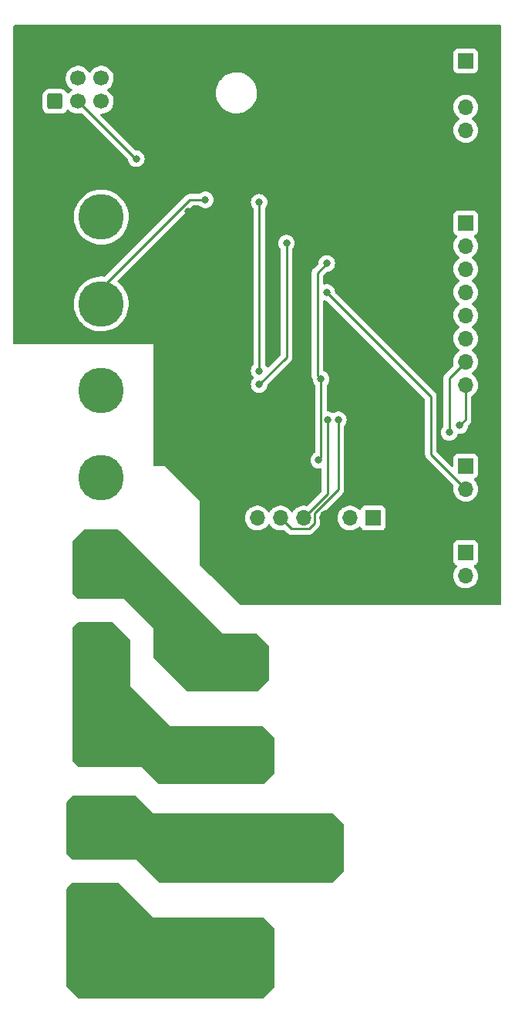
<source format=gbl>
G04 #@! TF.GenerationSoftware,KiCad,Pcbnew,6.0.1-79c1e3a40b~116~ubuntu21.04.1*
G04 #@! TF.CreationDate,2022-03-16T12:10:18-04:00*
G04 #@! TF.ProjectId,oven_v2,6f76656e-5f76-4322-9e6b-696361645f70,2*
G04 #@! TF.SameCoordinates,Original*
G04 #@! TF.FileFunction,Copper,L2,Bot*
G04 #@! TF.FilePolarity,Positive*
%FSLAX46Y46*%
G04 Gerber Fmt 4.6, Leading zero omitted, Abs format (unit mm)*
G04 Created by KiCad (PCBNEW 6.0.1-79c1e3a40b~116~ubuntu21.04.1) date 2022-03-16 12:10:18*
%MOMM*%
%LPD*%
G01*
G04 APERTURE LIST*
G04 Aperture macros list*
%AMRoundRect*
0 Rectangle with rounded corners*
0 $1 Rounding radius*
0 $2 $3 $4 $5 $6 $7 $8 $9 X,Y pos of 4 corners*
0 Add a 4 corners polygon primitive as box body*
4,1,4,$2,$3,$4,$5,$6,$7,$8,$9,$2,$3,0*
0 Add four circle primitives for the rounded corners*
1,1,$1+$1,$2,$3*
1,1,$1+$1,$4,$5*
1,1,$1+$1,$6,$7*
1,1,$1+$1,$8,$9*
0 Add four rect primitives between the rounded corners*
20,1,$1+$1,$2,$3,$4,$5,0*
20,1,$1+$1,$4,$5,$6,$7,0*
20,1,$1+$1,$6,$7,$8,$9,0*
20,1,$1+$1,$8,$9,$2,$3,0*%
G04 Aperture macros list end*
G04 #@! TA.AperFunction,ComponentPad*
%ADD10C,5.000000*%
G04 #@! TD*
G04 #@! TA.AperFunction,ComponentPad*
%ADD11C,0.800000*%
G04 #@! TD*
G04 #@! TA.AperFunction,ComponentPad*
%ADD12C,7.000000*%
G04 #@! TD*
G04 #@! TA.AperFunction,ComponentPad*
%ADD13R,1.700000X1.700000*%
G04 #@! TD*
G04 #@! TA.AperFunction,ComponentPad*
%ADD14O,1.700000X1.700000*%
G04 #@! TD*
G04 #@! TA.AperFunction,ComponentPad*
%ADD15RoundRect,0.250002X1.699998X-1.699998X1.699998X1.699998X-1.699998X1.699998X-1.699998X-1.699998X0*%
G04 #@! TD*
G04 #@! TA.AperFunction,ComponentPad*
%ADD16RoundRect,0.250002X-1.699998X-1.699998X1.699998X-1.699998X1.699998X1.699998X-1.699998X1.699998X0*%
G04 #@! TD*
G04 #@! TA.AperFunction,ComponentPad*
%ADD17C,3.900000*%
G04 #@! TD*
G04 #@! TA.AperFunction,ComponentPad*
%ADD18RoundRect,0.250000X0.600000X-0.600000X0.600000X0.600000X-0.600000X0.600000X-0.600000X-0.600000X0*%
G04 #@! TD*
G04 #@! TA.AperFunction,ComponentPad*
%ADD19C,1.700000*%
G04 #@! TD*
G04 #@! TA.AperFunction,ViaPad*
%ADD20C,0.800000*%
G04 #@! TD*
G04 #@! TA.AperFunction,Conductor*
%ADD21C,0.250000*%
G04 #@! TD*
G04 #@! TA.AperFunction,Conductor*
%ADD22C,0.500000*%
G04 #@! TD*
G04 APERTURE END LIST*
D10*
X64770000Y-76200000D03*
X64770000Y-85725000D03*
X64770000Y-95250000D03*
X64770000Y-104775000D03*
X64770000Y-114300000D03*
X64770000Y-123825000D03*
X64770000Y-133350000D03*
X64770000Y-142875000D03*
X64770000Y-152400000D03*
D11*
X82235000Y-157560000D03*
X76985000Y-157560000D03*
X79610000Y-160185000D03*
D12*
X79610000Y-157560000D03*
D11*
X77753845Y-159416155D03*
X79610000Y-154935000D03*
X77753845Y-155703845D03*
X81466155Y-155703845D03*
X81466155Y-159416155D03*
D13*
X104775000Y-113030000D03*
D14*
X104775000Y-115570000D03*
D15*
X80010000Y-125095000D03*
D16*
X80010000Y-145415000D03*
D17*
X87810000Y-145415000D03*
D13*
X104775000Y-103505000D03*
D14*
X104775000Y-106045000D03*
D13*
X104775000Y-59055000D03*
D14*
X104775000Y-61595000D03*
X104775000Y-64135000D03*
X104775000Y-66675000D03*
D13*
X104775000Y-76835000D03*
D14*
X104775000Y-79375000D03*
X104775000Y-81915000D03*
X104775000Y-84455000D03*
X104775000Y-86995000D03*
X104775000Y-89535000D03*
X104775000Y-92075000D03*
X104775000Y-94615000D03*
D13*
X94615000Y-109220000D03*
D14*
X92075000Y-109220000D03*
X89535000Y-109220000D03*
X86995000Y-109220000D03*
X84455000Y-109220000D03*
X81915000Y-109220000D03*
D15*
X80010000Y-135255000D03*
D18*
X59690000Y-63500000D03*
D19*
X59690000Y-60960000D03*
X62230000Y-63500000D03*
X62230000Y-60960000D03*
X64770000Y-63500000D03*
X64770000Y-60960000D03*
D20*
X82110000Y-74560000D03*
X85110000Y-79060000D03*
X82110000Y-94560000D03*
X68610000Y-69784500D03*
X82110000Y-93060000D03*
X95885000Y-115570000D03*
X74295000Y-75565000D03*
X86995000Y-102870000D03*
X97790000Y-115570000D03*
X78740000Y-90170000D03*
X88645000Y-102870000D03*
X89535000Y-81280000D03*
X88900000Y-93980000D03*
X76200000Y-74295000D03*
X89535000Y-84455000D03*
X102982859Y-99807859D03*
X104140000Y-99060000D03*
X90805000Y-98425000D03*
X89625000Y-98425000D03*
D21*
X82110000Y-93060000D02*
X82110000Y-74560000D01*
X85110000Y-91560000D02*
X85110000Y-79060000D01*
X82110000Y-94560000D02*
X85110000Y-91560000D01*
X68514500Y-69784500D02*
X68610000Y-69784500D01*
X62230000Y-63500000D02*
X68514500Y-69784500D01*
X74295000Y-75565000D02*
X74295000Y-90170000D01*
X78740000Y-90170000D02*
X74295000Y-90170000D01*
D22*
X95885000Y-115570000D02*
X89535000Y-109220000D01*
D21*
X74295000Y-90170000D02*
X86995000Y-102870000D01*
X88500001Y-82314999D02*
X89535000Y-81280000D01*
X88500001Y-93580001D02*
X88500001Y-82314999D01*
X88900000Y-102615000D02*
X88645000Y-102870000D01*
X88900000Y-93980000D02*
X88900000Y-102615000D01*
X88900000Y-93980000D02*
X88500001Y-93580001D01*
X76200000Y-74295000D02*
X74491998Y-74295000D01*
X64770000Y-84016998D02*
X64770000Y-85725000D01*
X74491998Y-74295000D02*
X64770000Y-84016998D01*
X89535000Y-84455000D02*
X100965000Y-95885000D01*
X104775000Y-106045000D02*
X100965000Y-102235000D01*
X100965000Y-95885000D02*
X100965000Y-102235000D01*
X102982859Y-93867141D02*
X104775000Y-92075000D01*
X102982859Y-99807859D02*
X102982859Y-93867141D01*
X104775000Y-94615000D02*
X104775000Y-98425000D01*
X104775000Y-98425000D02*
X104140000Y-99060000D01*
X87559001Y-110395001D02*
X85630001Y-110395001D01*
X90805000Y-106046410D02*
X88170001Y-108681409D01*
X90805000Y-98425000D02*
X90805000Y-106046410D01*
X85630001Y-110395001D02*
X84455000Y-109220000D01*
X88170001Y-108681409D02*
X88170001Y-109784001D01*
X88170001Y-109784001D02*
X87559001Y-110395001D01*
X89625000Y-106590000D02*
X89625000Y-98425000D01*
X86995000Y-109220000D02*
X89625000Y-106590000D01*
G04 #@! TA.AperFunction,Conductor*
G36*
X66690931Y-149245002D02*
G01*
X66711905Y-149261905D01*
X70485000Y-153035000D01*
X82497810Y-153035000D01*
X82565931Y-153055002D01*
X82586905Y-153071905D01*
X83783095Y-154268095D01*
X83817121Y-154330407D01*
X83820000Y-154357190D01*
X83820000Y-160602810D01*
X83799998Y-160670931D01*
X83783095Y-160691905D01*
X82586905Y-161888095D01*
X82524593Y-161922121D01*
X82497810Y-161925000D01*
X62282190Y-161925000D01*
X62214069Y-161904998D01*
X62193095Y-161888095D01*
X60996905Y-160691905D01*
X60962879Y-160629593D01*
X60960000Y-160602810D01*
X60960000Y-149912190D01*
X60980002Y-149844069D01*
X60996905Y-149823095D01*
X61558095Y-149261905D01*
X61620407Y-149227879D01*
X61647190Y-149225000D01*
X66622810Y-149225000D01*
X66690931Y-149245002D01*
G37*
G04 #@! TD.AperFunction*
G04 #@! TA.AperFunction,Conductor*
G36*
X68595931Y-139720002D02*
G01*
X68616905Y-139736905D01*
X70485000Y-141605000D01*
X90117810Y-141605000D01*
X90185931Y-141625002D01*
X90206905Y-141641905D01*
X91403095Y-142838095D01*
X91437121Y-142900407D01*
X91440000Y-142927190D01*
X91440000Y-147902810D01*
X91419998Y-147970931D01*
X91403095Y-147991905D01*
X90206905Y-149188095D01*
X90144593Y-149222121D01*
X90117810Y-149225000D01*
X71172190Y-149225000D01*
X71104069Y-149204998D01*
X71083095Y-149188095D01*
X68580000Y-146685000D01*
X61647190Y-146685000D01*
X61579069Y-146664998D01*
X61558095Y-146648095D01*
X60996905Y-146086905D01*
X60962879Y-146024593D01*
X60960000Y-145997810D01*
X60960000Y-140387190D01*
X60980002Y-140319069D01*
X60996905Y-140298095D01*
X61558095Y-139736905D01*
X61620407Y-139702879D01*
X61647190Y-139700000D01*
X68527810Y-139700000D01*
X68595931Y-139720002D01*
G37*
G04 #@! TD.AperFunction*
G04 #@! TA.AperFunction,Conductor*
G36*
X66055931Y-120670002D02*
G01*
X66076905Y-120686905D01*
X67908095Y-122518095D01*
X67942121Y-122580407D01*
X67945000Y-122607190D01*
X67945000Y-127635000D01*
X72390000Y-132080000D01*
X82497810Y-132080000D01*
X82565931Y-132100002D01*
X82586905Y-132116905D01*
X83783095Y-133313095D01*
X83817121Y-133375407D01*
X83820000Y-133402190D01*
X83820000Y-137107810D01*
X83799998Y-137175931D01*
X83783095Y-137196905D01*
X82586905Y-138393095D01*
X82524593Y-138427121D01*
X82497810Y-138430000D01*
X71172190Y-138430000D01*
X71104069Y-138409998D01*
X71083095Y-138393095D01*
X69215000Y-136525000D01*
X62282190Y-136525000D01*
X62214069Y-136504998D01*
X62193095Y-136488095D01*
X61631905Y-135926905D01*
X61597879Y-135864593D01*
X61595000Y-135837810D01*
X61595000Y-121337190D01*
X61615002Y-121269069D01*
X61631905Y-121248095D01*
X62193095Y-120686905D01*
X62255407Y-120652879D01*
X62282190Y-120650000D01*
X65987810Y-120650000D01*
X66055931Y-120670002D01*
G37*
G04 #@! TD.AperFunction*
G04 #@! TA.AperFunction,Conductor*
G36*
X66690931Y-110510002D02*
G01*
X66711905Y-110526905D01*
X78105000Y-121920000D01*
X81862810Y-121920000D01*
X81930931Y-121940002D01*
X81951905Y-121956905D01*
X83148095Y-123153095D01*
X83182121Y-123215407D01*
X83185000Y-123242190D01*
X83185000Y-126947810D01*
X83164998Y-127015931D01*
X83148095Y-127036905D01*
X81951905Y-128233095D01*
X81889593Y-128267121D01*
X81862810Y-128270000D01*
X74347190Y-128270000D01*
X74279069Y-128249998D01*
X74258095Y-128233095D01*
X70521905Y-124496905D01*
X70487879Y-124434593D01*
X70485000Y-124407810D01*
X70485000Y-121285000D01*
X67310000Y-118110000D01*
X62282190Y-118110000D01*
X62214069Y-118089998D01*
X62193095Y-118073095D01*
X61631905Y-117511905D01*
X61597879Y-117449593D01*
X61595000Y-117422810D01*
X61595000Y-111812190D01*
X61615002Y-111744069D01*
X61631905Y-111723095D01*
X62828095Y-110526905D01*
X62890407Y-110492879D01*
X62917190Y-110490000D01*
X66622810Y-110490000D01*
X66690931Y-110510002D01*
G37*
G04 #@! TD.AperFunction*
G04 #@! TA.AperFunction,Conductor*
G36*
X108654121Y-55138002D02*
G01*
X108700614Y-55191658D01*
X108712000Y-55244000D01*
X108712000Y-118619000D01*
X108691998Y-118687121D01*
X108638342Y-118733614D01*
X108586000Y-118745000D01*
X80062190Y-118745000D01*
X79994069Y-118724998D01*
X79973095Y-118708095D01*
X76801695Y-115536695D01*
X103412251Y-115536695D01*
X103412548Y-115541848D01*
X103412548Y-115541851D01*
X103418011Y-115636590D01*
X103425110Y-115759715D01*
X103426247Y-115764761D01*
X103426248Y-115764767D01*
X103435721Y-115806799D01*
X103474222Y-115977639D01*
X103558266Y-116184616D01*
X103674987Y-116375088D01*
X103821250Y-116543938D01*
X103993126Y-116686632D01*
X104186000Y-116799338D01*
X104394692Y-116879030D01*
X104399760Y-116880061D01*
X104399763Y-116880062D01*
X104507017Y-116901883D01*
X104613597Y-116923567D01*
X104618772Y-116923757D01*
X104618774Y-116923757D01*
X104831673Y-116931564D01*
X104831677Y-116931564D01*
X104836837Y-116931753D01*
X104841957Y-116931097D01*
X104841959Y-116931097D01*
X105053288Y-116904025D01*
X105053289Y-116904025D01*
X105058416Y-116903368D01*
X105063366Y-116901883D01*
X105267429Y-116840661D01*
X105267434Y-116840659D01*
X105272384Y-116839174D01*
X105472994Y-116740896D01*
X105654860Y-116611173D01*
X105813096Y-116453489D01*
X105872594Y-116370689D01*
X105940435Y-116276277D01*
X105943453Y-116272077D01*
X106042430Y-116071811D01*
X106107370Y-115858069D01*
X106136529Y-115636590D01*
X106138156Y-115570000D01*
X106119852Y-115347361D01*
X106065431Y-115130702D01*
X105976354Y-114925840D01*
X105855014Y-114738277D01*
X105851532Y-114734450D01*
X105707798Y-114576488D01*
X105676746Y-114512642D01*
X105685141Y-114442143D01*
X105730317Y-114387375D01*
X105756761Y-114373706D01*
X105863297Y-114333767D01*
X105871705Y-114330615D01*
X105988261Y-114243261D01*
X106075615Y-114126705D01*
X106126745Y-113990316D01*
X106133500Y-113928134D01*
X106133500Y-112131866D01*
X106126745Y-112069684D01*
X106075615Y-111933295D01*
X105988261Y-111816739D01*
X105871705Y-111729385D01*
X105735316Y-111678255D01*
X105673134Y-111671500D01*
X103876866Y-111671500D01*
X103814684Y-111678255D01*
X103678295Y-111729385D01*
X103561739Y-111816739D01*
X103474385Y-111933295D01*
X103423255Y-112069684D01*
X103416500Y-112131866D01*
X103416500Y-113928134D01*
X103423255Y-113990316D01*
X103474385Y-114126705D01*
X103561739Y-114243261D01*
X103678295Y-114330615D01*
X103686704Y-114333767D01*
X103686705Y-114333768D01*
X103795451Y-114374535D01*
X103852216Y-114417176D01*
X103876916Y-114483738D01*
X103861709Y-114553087D01*
X103842316Y-114579568D01*
X103715629Y-114712138D01*
X103589743Y-114896680D01*
X103495688Y-115099305D01*
X103435989Y-115314570D01*
X103412251Y-115536695D01*
X76801695Y-115536695D01*
X75601905Y-114336905D01*
X75567879Y-114274593D01*
X75565000Y-114247810D01*
X75565000Y-109186695D01*
X80552251Y-109186695D01*
X80565110Y-109409715D01*
X80566247Y-109414761D01*
X80566248Y-109414767D01*
X80590304Y-109521508D01*
X80614222Y-109627639D01*
X80698266Y-109834616D01*
X80735685Y-109895678D01*
X80812291Y-110020688D01*
X80814987Y-110025088D01*
X80961250Y-110193938D01*
X81133126Y-110336632D01*
X81326000Y-110449338D01*
X81534692Y-110529030D01*
X81539760Y-110530061D01*
X81539763Y-110530062D01*
X81647012Y-110551882D01*
X81753597Y-110573567D01*
X81758772Y-110573757D01*
X81758774Y-110573757D01*
X81971673Y-110581564D01*
X81971677Y-110581564D01*
X81976837Y-110581753D01*
X81981957Y-110581097D01*
X81981959Y-110581097D01*
X82193288Y-110554025D01*
X82193289Y-110554025D01*
X82198416Y-110553368D01*
X82244827Y-110539444D01*
X82407429Y-110490661D01*
X82407434Y-110490659D01*
X82412384Y-110489174D01*
X82612994Y-110390896D01*
X82794860Y-110261173D01*
X82953096Y-110103489D01*
X83012594Y-110020689D01*
X83083453Y-109922077D01*
X83084776Y-109923028D01*
X83131645Y-109879857D01*
X83201580Y-109867625D01*
X83267026Y-109895144D01*
X83294875Y-109926994D01*
X83354987Y-110025088D01*
X83501250Y-110193938D01*
X83673126Y-110336632D01*
X83866000Y-110449338D01*
X84074692Y-110529030D01*
X84079760Y-110530061D01*
X84079763Y-110530062D01*
X84187012Y-110551882D01*
X84293597Y-110573567D01*
X84298772Y-110573757D01*
X84298774Y-110573757D01*
X84511673Y-110581564D01*
X84511677Y-110581564D01*
X84516837Y-110581753D01*
X84521957Y-110581097D01*
X84521959Y-110581097D01*
X84733288Y-110554025D01*
X84733289Y-110554025D01*
X84738416Y-110553368D01*
X84743367Y-110551883D01*
X84743370Y-110551882D01*
X84784829Y-110539444D01*
X84855825Y-110539028D01*
X84910131Y-110571035D01*
X85126344Y-110787248D01*
X85133888Y-110795538D01*
X85138001Y-110802019D01*
X85143778Y-110807444D01*
X85187668Y-110848659D01*
X85190510Y-110851414D01*
X85210231Y-110871135D01*
X85213426Y-110873613D01*
X85222448Y-110881319D01*
X85254680Y-110911587D01*
X85261629Y-110915407D01*
X85272433Y-110921347D01*
X85288957Y-110932200D01*
X85304960Y-110944614D01*
X85345544Y-110962177D01*
X85356174Y-110967384D01*
X85394941Y-110988696D01*
X85402618Y-110990667D01*
X85402623Y-110990669D01*
X85414559Y-110993733D01*
X85433267Y-111000138D01*
X85451856Y-111008182D01*
X85459681Y-111009421D01*
X85459683Y-111009422D01*
X85495520Y-111015098D01*
X85507141Y-111017505D01*
X85538960Y-111025674D01*
X85549971Y-111028501D01*
X85570232Y-111028501D01*
X85589941Y-111030052D01*
X85609944Y-111033220D01*
X85617836Y-111032474D01*
X85623063Y-111031980D01*
X85653955Y-111029060D01*
X85665812Y-111028501D01*
X87480234Y-111028501D01*
X87491417Y-111029028D01*
X87498910Y-111030703D01*
X87506836Y-111030454D01*
X87506837Y-111030454D01*
X87566987Y-111028563D01*
X87570946Y-111028501D01*
X87598857Y-111028501D01*
X87602792Y-111028004D01*
X87602857Y-111027996D01*
X87614694Y-111027063D01*
X87646952Y-111026049D01*
X87650971Y-111025923D01*
X87658890Y-111025674D01*
X87678344Y-111020022D01*
X87697701Y-111016014D01*
X87709931Y-111014469D01*
X87709932Y-111014469D01*
X87717798Y-111013475D01*
X87725169Y-111010556D01*
X87725171Y-111010556D01*
X87758913Y-110997197D01*
X87770143Y-110993352D01*
X87804984Y-110983230D01*
X87804985Y-110983230D01*
X87812594Y-110981019D01*
X87819413Y-110976986D01*
X87819418Y-110976984D01*
X87830029Y-110970708D01*
X87847777Y-110962013D01*
X87866618Y-110954553D01*
X87886988Y-110939754D01*
X87902388Y-110928565D01*
X87912308Y-110922049D01*
X87943536Y-110903581D01*
X87943539Y-110903579D01*
X87950363Y-110899543D01*
X87964684Y-110885222D01*
X87979718Y-110872381D01*
X87981433Y-110871135D01*
X87996108Y-110860473D01*
X88024299Y-110826396D01*
X88032289Y-110817617D01*
X88562248Y-110287658D01*
X88570538Y-110280114D01*
X88577019Y-110276001D01*
X88623660Y-110226333D01*
X88626414Y-110223492D01*
X88646135Y-110203771D01*
X88648613Y-110200576D01*
X88656319Y-110191554D01*
X88666872Y-110180316D01*
X88686587Y-110159322D01*
X88696347Y-110141569D01*
X88707200Y-110125046D01*
X88714754Y-110115307D01*
X88719614Y-110109042D01*
X88737177Y-110068458D01*
X88742384Y-110057828D01*
X88763696Y-110019061D01*
X88765667Y-110011384D01*
X88765669Y-110011379D01*
X88768733Y-109999443D01*
X88775139Y-109980731D01*
X88780035Y-109969418D01*
X88783182Y-109962146D01*
X88789529Y-109922077D01*
X88790098Y-109918482D01*
X88792505Y-109906861D01*
X88801529Y-109871712D01*
X88801529Y-109871711D01*
X88803501Y-109864031D01*
X88803501Y-109843770D01*
X88805052Y-109824059D01*
X88806980Y-109811886D01*
X88808220Y-109804058D01*
X88804060Y-109760047D01*
X88803501Y-109748190D01*
X88803501Y-109186695D01*
X90712251Y-109186695D01*
X90725110Y-109409715D01*
X90726247Y-109414761D01*
X90726248Y-109414767D01*
X90750304Y-109521508D01*
X90774222Y-109627639D01*
X90858266Y-109834616D01*
X90895685Y-109895678D01*
X90972291Y-110020688D01*
X90974987Y-110025088D01*
X91121250Y-110193938D01*
X91293126Y-110336632D01*
X91486000Y-110449338D01*
X91694692Y-110529030D01*
X91699760Y-110530061D01*
X91699763Y-110530062D01*
X91807012Y-110551882D01*
X91913597Y-110573567D01*
X91918772Y-110573757D01*
X91918774Y-110573757D01*
X92131673Y-110581564D01*
X92131677Y-110581564D01*
X92136837Y-110581753D01*
X92141957Y-110581097D01*
X92141959Y-110581097D01*
X92353288Y-110554025D01*
X92353289Y-110554025D01*
X92358416Y-110553368D01*
X92404827Y-110539444D01*
X92567429Y-110490661D01*
X92567434Y-110490659D01*
X92572384Y-110489174D01*
X92772994Y-110390896D01*
X92954860Y-110261173D01*
X93063091Y-110153319D01*
X93125462Y-110119404D01*
X93196268Y-110124592D01*
X93253030Y-110167238D01*
X93270012Y-110198341D01*
X93314385Y-110316705D01*
X93401739Y-110433261D01*
X93518295Y-110520615D01*
X93654684Y-110571745D01*
X93716866Y-110578500D01*
X95513134Y-110578500D01*
X95575316Y-110571745D01*
X95711705Y-110520615D01*
X95828261Y-110433261D01*
X95915615Y-110316705D01*
X95966745Y-110180316D01*
X95973500Y-110118134D01*
X95973500Y-108321866D01*
X95966745Y-108259684D01*
X95915615Y-108123295D01*
X95828261Y-108006739D01*
X95711705Y-107919385D01*
X95575316Y-107868255D01*
X95513134Y-107861500D01*
X93716866Y-107861500D01*
X93654684Y-107868255D01*
X93518295Y-107919385D01*
X93401739Y-108006739D01*
X93314385Y-108123295D01*
X93311233Y-108131703D01*
X93269919Y-108241907D01*
X93227277Y-108298671D01*
X93160716Y-108323371D01*
X93091367Y-108308163D01*
X93058743Y-108282476D01*
X93008151Y-108226875D01*
X93008142Y-108226866D01*
X93004670Y-108223051D01*
X93000619Y-108219852D01*
X93000615Y-108219848D01*
X92833414Y-108087800D01*
X92833410Y-108087798D01*
X92829359Y-108084598D01*
X92633789Y-107976638D01*
X92628920Y-107974914D01*
X92628916Y-107974912D01*
X92428087Y-107903795D01*
X92428083Y-107903794D01*
X92423212Y-107902069D01*
X92418119Y-107901162D01*
X92418116Y-107901161D01*
X92208373Y-107863800D01*
X92208367Y-107863799D01*
X92203284Y-107862894D01*
X92129452Y-107861992D01*
X91985081Y-107860228D01*
X91985079Y-107860228D01*
X91979911Y-107860165D01*
X91759091Y-107893955D01*
X91546756Y-107963357D01*
X91348607Y-108066507D01*
X91344474Y-108069610D01*
X91344471Y-108069612D01*
X91174100Y-108197530D01*
X91169965Y-108200635D01*
X91130525Y-108241907D01*
X91076280Y-108298671D01*
X91015629Y-108362138D01*
X90889743Y-108546680D01*
X90795688Y-108749305D01*
X90735989Y-108964570D01*
X90712251Y-109186695D01*
X88803501Y-109186695D01*
X88803501Y-108996003D01*
X88823503Y-108927882D01*
X88840406Y-108906908D01*
X91197247Y-106550067D01*
X91205537Y-106542523D01*
X91212018Y-106538410D01*
X91258659Y-106488742D01*
X91261413Y-106485901D01*
X91281134Y-106466180D01*
X91283612Y-106462985D01*
X91291318Y-106453963D01*
X91316158Y-106427511D01*
X91321586Y-106421731D01*
X91331346Y-106403978D01*
X91342199Y-106387455D01*
X91349753Y-106377716D01*
X91354613Y-106371451D01*
X91372176Y-106330867D01*
X91377383Y-106320237D01*
X91398695Y-106281470D01*
X91400666Y-106273793D01*
X91400668Y-106273788D01*
X91403732Y-106261852D01*
X91410138Y-106243140D01*
X91415033Y-106231829D01*
X91418181Y-106224555D01*
X91419421Y-106216727D01*
X91419423Y-106216720D01*
X91425099Y-106180886D01*
X91427505Y-106169266D01*
X91436528Y-106134121D01*
X91436528Y-106134120D01*
X91438500Y-106126440D01*
X91438500Y-106106186D01*
X91440051Y-106086475D01*
X91441980Y-106074296D01*
X91443220Y-106066467D01*
X91439059Y-106022448D01*
X91438500Y-106010591D01*
X91438500Y-99127524D01*
X91458502Y-99059403D01*
X91470858Y-99043221D01*
X91544040Y-98961944D01*
X91639527Y-98796556D01*
X91698542Y-98614928D01*
X91699781Y-98603145D01*
X91717814Y-98431565D01*
X91718504Y-98425000D01*
X91698542Y-98235072D01*
X91639527Y-98053444D01*
X91544040Y-97888056D01*
X91416253Y-97746134D01*
X91261752Y-97633882D01*
X91255724Y-97631198D01*
X91255722Y-97631197D01*
X91093319Y-97558891D01*
X91093318Y-97558891D01*
X91087288Y-97556206D01*
X90993888Y-97536353D01*
X90906944Y-97517872D01*
X90906939Y-97517872D01*
X90900487Y-97516500D01*
X90709513Y-97516500D01*
X90703061Y-97517872D01*
X90703056Y-97517872D01*
X90616112Y-97536353D01*
X90522712Y-97556206D01*
X90516682Y-97558891D01*
X90516681Y-97558891D01*
X90354278Y-97631197D01*
X90354276Y-97631198D01*
X90348248Y-97633882D01*
X90342907Y-97637762D01*
X90342906Y-97637763D01*
X90289061Y-97676884D01*
X90222193Y-97700742D01*
X90153042Y-97684662D01*
X90140939Y-97676884D01*
X90087094Y-97637763D01*
X90087093Y-97637762D01*
X90081752Y-97633882D01*
X90075724Y-97631198D01*
X90075722Y-97631197D01*
X89913319Y-97558891D01*
X89913318Y-97558891D01*
X89907288Y-97556206D01*
X89813888Y-97536353D01*
X89726944Y-97517872D01*
X89726939Y-97517872D01*
X89720487Y-97516500D01*
X89659500Y-97516500D01*
X89591379Y-97496498D01*
X89544886Y-97442842D01*
X89533500Y-97390500D01*
X89533500Y-94682524D01*
X89553502Y-94614403D01*
X89565858Y-94598221D01*
X89639040Y-94516944D01*
X89697314Y-94416010D01*
X89731223Y-94357279D01*
X89731224Y-94357278D01*
X89734527Y-94351556D01*
X89793542Y-94169928D01*
X89796623Y-94140620D01*
X89812814Y-93986565D01*
X89813504Y-93980000D01*
X89797431Y-93827076D01*
X89794232Y-93796635D01*
X89794232Y-93796633D01*
X89793542Y-93790072D01*
X89734527Y-93608444D01*
X89727888Y-93596944D01*
X89682458Y-93518258D01*
X89639040Y-93443056D01*
X89633839Y-93437279D01*
X89515675Y-93306045D01*
X89515674Y-93306044D01*
X89511253Y-93301134D01*
X89356752Y-93188882D01*
X89350724Y-93186198D01*
X89350722Y-93186197D01*
X89208252Y-93122766D01*
X89154157Y-93076786D01*
X89133501Y-93007659D01*
X89133501Y-85454052D01*
X89153503Y-85385931D01*
X89207159Y-85339438D01*
X89277433Y-85329334D01*
X89285698Y-85330806D01*
X89433047Y-85362127D01*
X89433060Y-85362128D01*
X89439513Y-85363500D01*
X89495406Y-85363500D01*
X89563527Y-85383502D01*
X89584501Y-85400405D01*
X100294595Y-96110500D01*
X100328621Y-96172812D01*
X100331500Y-96199595D01*
X100331500Y-102156233D01*
X100330973Y-102167416D01*
X100329298Y-102174909D01*
X100329547Y-102182832D01*
X100329547Y-102182833D01*
X100331438Y-102242986D01*
X100331500Y-102246945D01*
X100331500Y-102274856D01*
X100331997Y-102278790D01*
X100331997Y-102278791D01*
X100332005Y-102278856D01*
X100332938Y-102290693D01*
X100334327Y-102334889D01*
X100339978Y-102354339D01*
X100343987Y-102373700D01*
X100346526Y-102393797D01*
X100349445Y-102401168D01*
X100349445Y-102401170D01*
X100362804Y-102434912D01*
X100366649Y-102446142D01*
X100378982Y-102488593D01*
X100383015Y-102495412D01*
X100383017Y-102495417D01*
X100389293Y-102506028D01*
X100397988Y-102523776D01*
X100405448Y-102542617D01*
X100410110Y-102549033D01*
X100410110Y-102549034D01*
X100431436Y-102578387D01*
X100437952Y-102588307D01*
X100450949Y-102610283D01*
X100460458Y-102626362D01*
X100474779Y-102640683D01*
X100487619Y-102655716D01*
X100499528Y-102672107D01*
X100533605Y-102700298D01*
X100542384Y-102708288D01*
X103424778Y-105590682D01*
X103458804Y-105652994D01*
X103457100Y-105713448D01*
X103435989Y-105789570D01*
X103435441Y-105794700D01*
X103435440Y-105794704D01*
X103431933Y-105827522D01*
X103412251Y-106011695D01*
X103412548Y-106016848D01*
X103412548Y-106016851D01*
X103418011Y-106111590D01*
X103425110Y-106234715D01*
X103426247Y-106239761D01*
X103426248Y-106239767D01*
X103434280Y-106275406D01*
X103474222Y-106452639D01*
X103558266Y-106659616D01*
X103674987Y-106850088D01*
X103821250Y-107018938D01*
X103993126Y-107161632D01*
X104186000Y-107274338D01*
X104394692Y-107354030D01*
X104399760Y-107355061D01*
X104399763Y-107355062D01*
X104507017Y-107376883D01*
X104613597Y-107398567D01*
X104618772Y-107398757D01*
X104618774Y-107398757D01*
X104831673Y-107406564D01*
X104831677Y-107406564D01*
X104836837Y-107406753D01*
X104841957Y-107406097D01*
X104841959Y-107406097D01*
X105053288Y-107379025D01*
X105053289Y-107379025D01*
X105058416Y-107378368D01*
X105063366Y-107376883D01*
X105267429Y-107315661D01*
X105267434Y-107315659D01*
X105272384Y-107314174D01*
X105472994Y-107215896D01*
X105654860Y-107086173D01*
X105813096Y-106928489D01*
X105872594Y-106845689D01*
X105940435Y-106751277D01*
X105943453Y-106747077D01*
X106042430Y-106546811D01*
X106107370Y-106333069D01*
X106136529Y-106111590D01*
X106136661Y-106106186D01*
X106138074Y-106048365D01*
X106138074Y-106048361D01*
X106138156Y-106045000D01*
X106119852Y-105822361D01*
X106065431Y-105605702D01*
X105976354Y-105400840D01*
X105855014Y-105213277D01*
X105851532Y-105209450D01*
X105707798Y-105051488D01*
X105676746Y-104987642D01*
X105685141Y-104917143D01*
X105730317Y-104862375D01*
X105756761Y-104848706D01*
X105863297Y-104808767D01*
X105871705Y-104805615D01*
X105988261Y-104718261D01*
X106075615Y-104601705D01*
X106126745Y-104465316D01*
X106133500Y-104403134D01*
X106133500Y-102606866D01*
X106126745Y-102544684D01*
X106075615Y-102408295D01*
X105988261Y-102291739D01*
X105871705Y-102204385D01*
X105735316Y-102153255D01*
X105673134Y-102146500D01*
X103876866Y-102146500D01*
X103814684Y-102153255D01*
X103678295Y-102204385D01*
X103561739Y-102291739D01*
X103474385Y-102408295D01*
X103423255Y-102544684D01*
X103416500Y-102606866D01*
X103416500Y-103486406D01*
X103396498Y-103554527D01*
X103342842Y-103601020D01*
X103272568Y-103611124D01*
X103207988Y-103581630D01*
X103201405Y-103575501D01*
X102502470Y-102876565D01*
X101635405Y-102009500D01*
X101601379Y-101947188D01*
X101598500Y-101920405D01*
X101598500Y-99807859D01*
X102069355Y-99807859D01*
X102070045Y-99814424D01*
X102086095Y-99967128D01*
X102089317Y-99997787D01*
X102148332Y-100179415D01*
X102243819Y-100344803D01*
X102371606Y-100486725D01*
X102526107Y-100598977D01*
X102532135Y-100601661D01*
X102532137Y-100601662D01*
X102694540Y-100673968D01*
X102700571Y-100676653D01*
X102793972Y-100696506D01*
X102880915Y-100714987D01*
X102880920Y-100714987D01*
X102887372Y-100716359D01*
X103078346Y-100716359D01*
X103084798Y-100714987D01*
X103084803Y-100714987D01*
X103171746Y-100696506D01*
X103265147Y-100676653D01*
X103271178Y-100673968D01*
X103433581Y-100601662D01*
X103433583Y-100601661D01*
X103439611Y-100598977D01*
X103594112Y-100486725D01*
X103721899Y-100344803D01*
X103817386Y-100179415D01*
X103861105Y-100044864D01*
X103901177Y-99986259D01*
X103966574Y-99958622D01*
X104007130Y-99960554D01*
X104044513Y-99968500D01*
X104235487Y-99968500D01*
X104241939Y-99967128D01*
X104241944Y-99967128D01*
X104328888Y-99948647D01*
X104422288Y-99928794D01*
X104428319Y-99926109D01*
X104590722Y-99853803D01*
X104590724Y-99853802D01*
X104596752Y-99851118D01*
X104751253Y-99738866D01*
X104879040Y-99596944D01*
X104974527Y-99431556D01*
X105033542Y-99249928D01*
X105050907Y-99084706D01*
X105077920Y-99019050D01*
X105087122Y-99008782D01*
X105167247Y-98928657D01*
X105175537Y-98921113D01*
X105182018Y-98917000D01*
X105228659Y-98867332D01*
X105231413Y-98864491D01*
X105251135Y-98844769D01*
X105253612Y-98841576D01*
X105261317Y-98832555D01*
X105286159Y-98806100D01*
X105291586Y-98800321D01*
X105297111Y-98790271D01*
X105301346Y-98782568D01*
X105312202Y-98766041D01*
X105319757Y-98756302D01*
X105319758Y-98756300D01*
X105324614Y-98750040D01*
X105342174Y-98709460D01*
X105347391Y-98698812D01*
X105364875Y-98667009D01*
X105364876Y-98667007D01*
X105368695Y-98660060D01*
X105373733Y-98640437D01*
X105380137Y-98621734D01*
X105385033Y-98610420D01*
X105385033Y-98610419D01*
X105388181Y-98603145D01*
X105389420Y-98595322D01*
X105389423Y-98595312D01*
X105395099Y-98559476D01*
X105397505Y-98547856D01*
X105406528Y-98512711D01*
X105406528Y-98512710D01*
X105408500Y-98505030D01*
X105408500Y-98484776D01*
X105410051Y-98465065D01*
X105411980Y-98452886D01*
X105413220Y-98445057D01*
X105409059Y-98401038D01*
X105408500Y-98389181D01*
X105408500Y-95895427D01*
X105428502Y-95827306D01*
X105469618Y-95787550D01*
X105472994Y-95785896D01*
X105654860Y-95656173D01*
X105813096Y-95498489D01*
X105826873Y-95479317D01*
X105940435Y-95321277D01*
X105943453Y-95317077D01*
X105976605Y-95250000D01*
X106040136Y-95121453D01*
X106040137Y-95121451D01*
X106042430Y-95116811D01*
X106098715Y-94931556D01*
X106105865Y-94908023D01*
X106105865Y-94908021D01*
X106107370Y-94903069D01*
X106136529Y-94681590D01*
X106138156Y-94615000D01*
X106119852Y-94392361D01*
X106065431Y-94175702D01*
X105976354Y-93970840D01*
X105883349Y-93827076D01*
X105857822Y-93787617D01*
X105857820Y-93787614D01*
X105855014Y-93783277D01*
X105704670Y-93618051D01*
X105700619Y-93614852D01*
X105700615Y-93614848D01*
X105533414Y-93482800D01*
X105533410Y-93482798D01*
X105529359Y-93479598D01*
X105488053Y-93456796D01*
X105438084Y-93406364D01*
X105423312Y-93336921D01*
X105448428Y-93270516D01*
X105475780Y-93243909D01*
X105556689Y-93186197D01*
X105654860Y-93116173D01*
X105659845Y-93111206D01*
X105809435Y-92962137D01*
X105813096Y-92958489D01*
X105943453Y-92777077D01*
X105990087Y-92682721D01*
X106040136Y-92581453D01*
X106040137Y-92581451D01*
X106042430Y-92576811D01*
X106083454Y-92441787D01*
X106105865Y-92368023D01*
X106105865Y-92368021D01*
X106107370Y-92363069D01*
X106136529Y-92141590D01*
X106138156Y-92075000D01*
X106119852Y-91852361D01*
X106065431Y-91635702D01*
X105976354Y-91430840D01*
X105936906Y-91369862D01*
X105857822Y-91247617D01*
X105857820Y-91247614D01*
X105855014Y-91243277D01*
X105704670Y-91078051D01*
X105700619Y-91074852D01*
X105700615Y-91074848D01*
X105533414Y-90942800D01*
X105533410Y-90942798D01*
X105529359Y-90939598D01*
X105488053Y-90916796D01*
X105438084Y-90866364D01*
X105423312Y-90796921D01*
X105448428Y-90730516D01*
X105475780Y-90703909D01*
X105519603Y-90672650D01*
X105654860Y-90576173D01*
X105813096Y-90418489D01*
X105872594Y-90335689D01*
X105940435Y-90241277D01*
X105943453Y-90237077D01*
X105976605Y-90170000D01*
X106040136Y-90041453D01*
X106040137Y-90041451D01*
X106042430Y-90036811D01*
X106107370Y-89823069D01*
X106136529Y-89601590D01*
X106138156Y-89535000D01*
X106119852Y-89312361D01*
X106065431Y-89095702D01*
X105976354Y-88890840D01*
X105877758Y-88738434D01*
X105857822Y-88707617D01*
X105857820Y-88707614D01*
X105855014Y-88703277D01*
X105704670Y-88538051D01*
X105700619Y-88534852D01*
X105700615Y-88534848D01*
X105533414Y-88402800D01*
X105533410Y-88402798D01*
X105529359Y-88399598D01*
X105488053Y-88376796D01*
X105438084Y-88326364D01*
X105423312Y-88256921D01*
X105448428Y-88190516D01*
X105475780Y-88163909D01*
X105519603Y-88132650D01*
X105654860Y-88036173D01*
X105813096Y-87878489D01*
X105872594Y-87795689D01*
X105940435Y-87701277D01*
X105943453Y-87697077D01*
X106042430Y-87496811D01*
X106107370Y-87283069D01*
X106136529Y-87061590D01*
X106138156Y-86995000D01*
X106119852Y-86772361D01*
X106065431Y-86555702D01*
X105976354Y-86350840D01*
X105855014Y-86163277D01*
X105704670Y-85998051D01*
X105700619Y-85994852D01*
X105700615Y-85994848D01*
X105533414Y-85862800D01*
X105533410Y-85862798D01*
X105529359Y-85859598D01*
X105488053Y-85836796D01*
X105438084Y-85786364D01*
X105423312Y-85716921D01*
X105448428Y-85650516D01*
X105475780Y-85623909D01*
X105519603Y-85592650D01*
X105654860Y-85496173D01*
X105697129Y-85454052D01*
X105809435Y-85342137D01*
X105813096Y-85338489D01*
X105819675Y-85329334D01*
X105940435Y-85161277D01*
X105943453Y-85157077D01*
X106002877Y-85036842D01*
X106040136Y-84961453D01*
X106040137Y-84961451D01*
X106042430Y-84956811D01*
X106107370Y-84743069D01*
X106136529Y-84521590D01*
X106138156Y-84455000D01*
X106119852Y-84232361D01*
X106065431Y-84015702D01*
X105976354Y-83810840D01*
X105923728Y-83729493D01*
X105857822Y-83627617D01*
X105857820Y-83627614D01*
X105855014Y-83623277D01*
X105704670Y-83458051D01*
X105700619Y-83454852D01*
X105700615Y-83454848D01*
X105533414Y-83322800D01*
X105533410Y-83322798D01*
X105529359Y-83319598D01*
X105488053Y-83296796D01*
X105438084Y-83246364D01*
X105423312Y-83176921D01*
X105448428Y-83110516D01*
X105475780Y-83083909D01*
X105519603Y-83052650D01*
X105654860Y-82956173D01*
X105674747Y-82936356D01*
X105809435Y-82802137D01*
X105813096Y-82798489D01*
X105872594Y-82715689D01*
X105940435Y-82621277D01*
X105943453Y-82617077D01*
X105981301Y-82540498D01*
X106040136Y-82421453D01*
X106040137Y-82421451D01*
X106042430Y-82416811D01*
X106107370Y-82203069D01*
X106136529Y-81981590D01*
X106136907Y-81966116D01*
X106138074Y-81918365D01*
X106138074Y-81918361D01*
X106138156Y-81915000D01*
X106119852Y-81692361D01*
X106065431Y-81475702D01*
X105976354Y-81270840D01*
X105855014Y-81083277D01*
X105704670Y-80918051D01*
X105700619Y-80914852D01*
X105700615Y-80914848D01*
X105533414Y-80782800D01*
X105533410Y-80782798D01*
X105529359Y-80779598D01*
X105488053Y-80756796D01*
X105438084Y-80706364D01*
X105423312Y-80636921D01*
X105448428Y-80570516D01*
X105475780Y-80543909D01*
X105519603Y-80512650D01*
X105654860Y-80416173D01*
X105659845Y-80411206D01*
X105809435Y-80262137D01*
X105813096Y-80258489D01*
X105872594Y-80175689D01*
X105940435Y-80081277D01*
X105943453Y-80077077D01*
X106042430Y-79876811D01*
X106107370Y-79663069D01*
X106136529Y-79441590D01*
X106138156Y-79375000D01*
X106119852Y-79152361D01*
X106065431Y-78935702D01*
X105976354Y-78730840D01*
X105855014Y-78543277D01*
X105851532Y-78539450D01*
X105707798Y-78381488D01*
X105676746Y-78317642D01*
X105685141Y-78247143D01*
X105730317Y-78192375D01*
X105756761Y-78178706D01*
X105863297Y-78138767D01*
X105871705Y-78135615D01*
X105988261Y-78048261D01*
X106075615Y-77931705D01*
X106126745Y-77795316D01*
X106133500Y-77733134D01*
X106133500Y-75936866D01*
X106126745Y-75874684D01*
X106075615Y-75738295D01*
X105988261Y-75621739D01*
X105871705Y-75534385D01*
X105735316Y-75483255D01*
X105673134Y-75476500D01*
X103876866Y-75476500D01*
X103814684Y-75483255D01*
X103678295Y-75534385D01*
X103561739Y-75621739D01*
X103474385Y-75738295D01*
X103423255Y-75874684D01*
X103416500Y-75936866D01*
X103416500Y-77733134D01*
X103423255Y-77795316D01*
X103474385Y-77931705D01*
X103561739Y-78048261D01*
X103678295Y-78135615D01*
X103686704Y-78138767D01*
X103686705Y-78138768D01*
X103795451Y-78179535D01*
X103852216Y-78222176D01*
X103876916Y-78288738D01*
X103861709Y-78358087D01*
X103842316Y-78384568D01*
X103715629Y-78517138D01*
X103589743Y-78701680D01*
X103569061Y-78746236D01*
X103514493Y-78863794D01*
X103495688Y-78904305D01*
X103435989Y-79119570D01*
X103412251Y-79341695D01*
X103412548Y-79346848D01*
X103412548Y-79346851D01*
X103418011Y-79441590D01*
X103425110Y-79564715D01*
X103426247Y-79569761D01*
X103426248Y-79569767D01*
X103432373Y-79596944D01*
X103474222Y-79782639D01*
X103558266Y-79989616D01*
X103674987Y-80180088D01*
X103821250Y-80348938D01*
X103902235Y-80416173D01*
X103986580Y-80486197D01*
X103993126Y-80491632D01*
X104063595Y-80532811D01*
X104066445Y-80534476D01*
X104115169Y-80586114D01*
X104128240Y-80655897D01*
X104101509Y-80721669D01*
X104061055Y-80755027D01*
X104048607Y-80761507D01*
X104044474Y-80764610D01*
X104044471Y-80764612D01*
X104020247Y-80782800D01*
X103869965Y-80895635D01*
X103715629Y-81057138D01*
X103712715Y-81061410D01*
X103712714Y-81061411D01*
X103694838Y-81087617D01*
X103589743Y-81241680D01*
X103495688Y-81444305D01*
X103435989Y-81659570D01*
X103412251Y-81881695D01*
X103412548Y-81886848D01*
X103412548Y-81886851D01*
X103420833Y-82030536D01*
X103425110Y-82104715D01*
X103426247Y-82109761D01*
X103426248Y-82109767D01*
X103435353Y-82150166D01*
X103474222Y-82322639D01*
X103558266Y-82529616D01*
X103674987Y-82720088D01*
X103821250Y-82888938D01*
X103993126Y-83031632D01*
X104063595Y-83072811D01*
X104066445Y-83074476D01*
X104115169Y-83126114D01*
X104128240Y-83195897D01*
X104101509Y-83261669D01*
X104061055Y-83295027D01*
X104048607Y-83301507D01*
X104044474Y-83304610D01*
X104044471Y-83304612D01*
X104020247Y-83322800D01*
X103869965Y-83435635D01*
X103715629Y-83597138D01*
X103589743Y-83781680D01*
X103495688Y-83984305D01*
X103435989Y-84199570D01*
X103412251Y-84421695D01*
X103412548Y-84426848D01*
X103412548Y-84426851D01*
X103424812Y-84639547D01*
X103425110Y-84644715D01*
X103426247Y-84649761D01*
X103426248Y-84649767D01*
X103438511Y-84704180D01*
X103474222Y-84862639D01*
X103558266Y-85069616D01*
X103674987Y-85260088D01*
X103821250Y-85428938D01*
X103993126Y-85571632D01*
X104063595Y-85612811D01*
X104066445Y-85614476D01*
X104115169Y-85666114D01*
X104128240Y-85735897D01*
X104101509Y-85801669D01*
X104061055Y-85835027D01*
X104048607Y-85841507D01*
X104044474Y-85844610D01*
X104044471Y-85844612D01*
X103948054Y-85917004D01*
X103869965Y-85975635D01*
X103715629Y-86137138D01*
X103589743Y-86321680D01*
X103495688Y-86524305D01*
X103435989Y-86739570D01*
X103412251Y-86961695D01*
X103412548Y-86966848D01*
X103412548Y-86966851D01*
X103418011Y-87061590D01*
X103425110Y-87184715D01*
X103426247Y-87189761D01*
X103426248Y-87189767D01*
X103435721Y-87231799D01*
X103474222Y-87402639D01*
X103558266Y-87609616D01*
X103560965Y-87614020D01*
X103665840Y-87785161D01*
X103674987Y-87800088D01*
X103821250Y-87968938D01*
X103993126Y-88111632D01*
X104063595Y-88152811D01*
X104066445Y-88154476D01*
X104115169Y-88206114D01*
X104128240Y-88275897D01*
X104101509Y-88341669D01*
X104061055Y-88375027D01*
X104048607Y-88381507D01*
X104044474Y-88384610D01*
X104044471Y-88384612D01*
X103874100Y-88512530D01*
X103869965Y-88515635D01*
X103715629Y-88677138D01*
X103712715Y-88681410D01*
X103712714Y-88681411D01*
X103684965Y-88722090D01*
X103589743Y-88861680D01*
X103495688Y-89064305D01*
X103435989Y-89279570D01*
X103412251Y-89501695D01*
X103412548Y-89506848D01*
X103412548Y-89506851D01*
X103418011Y-89601590D01*
X103425110Y-89724715D01*
X103426247Y-89729761D01*
X103426248Y-89729767D01*
X103446119Y-89817939D01*
X103474222Y-89942639D01*
X103558266Y-90149616D01*
X103674987Y-90340088D01*
X103821250Y-90508938D01*
X103993126Y-90651632D01*
X104063595Y-90692811D01*
X104066445Y-90694476D01*
X104115169Y-90746114D01*
X104128240Y-90815897D01*
X104101509Y-90881669D01*
X104061055Y-90915027D01*
X104048607Y-90921507D01*
X104044474Y-90924610D01*
X104044471Y-90924612D01*
X104020247Y-90942800D01*
X103869965Y-91055635D01*
X103715629Y-91217138D01*
X103589743Y-91401680D01*
X103495688Y-91604305D01*
X103435989Y-91819570D01*
X103412251Y-92041695D01*
X103412548Y-92046848D01*
X103412548Y-92046851D01*
X103418011Y-92141590D01*
X103425110Y-92264715D01*
X103426247Y-92269761D01*
X103426248Y-92269767D01*
X103458453Y-92412668D01*
X103453917Y-92483520D01*
X103424631Y-92529464D01*
X102590606Y-93363489D01*
X102582320Y-93371029D01*
X102575841Y-93375141D01*
X102570416Y-93380918D01*
X102529216Y-93424792D01*
X102526461Y-93427634D01*
X102506724Y-93447371D01*
X102504244Y-93450568D01*
X102496541Y-93459588D01*
X102466273Y-93491820D01*
X102462454Y-93498766D01*
X102462452Y-93498769D01*
X102456511Y-93509575D01*
X102445660Y-93526094D01*
X102433245Y-93542100D01*
X102430100Y-93549369D01*
X102430097Y-93549373D01*
X102415685Y-93582678D01*
X102410468Y-93593328D01*
X102389164Y-93632081D01*
X102387193Y-93639756D01*
X102387193Y-93639757D01*
X102384126Y-93651703D01*
X102377722Y-93670407D01*
X102369678Y-93688996D01*
X102368439Y-93696819D01*
X102368436Y-93696829D01*
X102362760Y-93732665D01*
X102360354Y-93744285D01*
X102349359Y-93787111D01*
X102349359Y-93807365D01*
X102347808Y-93827075D01*
X102344639Y-93847084D01*
X102345385Y-93854976D01*
X102348800Y-93891102D01*
X102349359Y-93902960D01*
X102349359Y-99105335D01*
X102329357Y-99173456D01*
X102317001Y-99189638D01*
X102243819Y-99270915D01*
X102148332Y-99436303D01*
X102089317Y-99617931D01*
X102088627Y-99624492D01*
X102088627Y-99624494D01*
X102076606Y-99738866D01*
X102069355Y-99807859D01*
X101598500Y-99807859D01*
X101598500Y-95963767D01*
X101599027Y-95952584D01*
X101600702Y-95945091D01*
X101598562Y-95877014D01*
X101598500Y-95873055D01*
X101598500Y-95845144D01*
X101597995Y-95841144D01*
X101597062Y-95829301D01*
X101597000Y-95827306D01*
X101595673Y-95785111D01*
X101590021Y-95765657D01*
X101586013Y-95746300D01*
X101584468Y-95734070D01*
X101584468Y-95734069D01*
X101583474Y-95726203D01*
X101580555Y-95718830D01*
X101567196Y-95685088D01*
X101563351Y-95673858D01*
X101553229Y-95639017D01*
X101553229Y-95639016D01*
X101551018Y-95631407D01*
X101546985Y-95624588D01*
X101546983Y-95624583D01*
X101540707Y-95613972D01*
X101532012Y-95596224D01*
X101524552Y-95577383D01*
X101498564Y-95541613D01*
X101492048Y-95531693D01*
X101473580Y-95500465D01*
X101473578Y-95500462D01*
X101469542Y-95493638D01*
X101455221Y-95479317D01*
X101442380Y-95464283D01*
X101435131Y-95454306D01*
X101430472Y-95447893D01*
X101396395Y-95419702D01*
X101387616Y-95411712D01*
X90482122Y-84506217D01*
X90448096Y-84443905D01*
X90445907Y-84430292D01*
X90445004Y-84421695D01*
X90428542Y-84265072D01*
X90369527Y-84083444D01*
X90274040Y-83918056D01*
X90177503Y-83810840D01*
X90150675Y-83781045D01*
X90150674Y-83781044D01*
X90146253Y-83776134D01*
X89991752Y-83663882D01*
X89985724Y-83661198D01*
X89985722Y-83661197D01*
X89823319Y-83588891D01*
X89823318Y-83588891D01*
X89817288Y-83586206D01*
X89723888Y-83566353D01*
X89636944Y-83547872D01*
X89636939Y-83547872D01*
X89630487Y-83546500D01*
X89439513Y-83546500D01*
X89433060Y-83547872D01*
X89433047Y-83547873D01*
X89285698Y-83579194D01*
X89214908Y-83573793D01*
X89158275Y-83530976D01*
X89133781Y-83464339D01*
X89133501Y-83455948D01*
X89133501Y-82629593D01*
X89153503Y-82561472D01*
X89170406Y-82540498D01*
X89485499Y-82225405D01*
X89547811Y-82191379D01*
X89574594Y-82188500D01*
X89630487Y-82188500D01*
X89636939Y-82187128D01*
X89636944Y-82187128D01*
X89723888Y-82168647D01*
X89817288Y-82148794D01*
X89927868Y-82099561D01*
X89985722Y-82073803D01*
X89985724Y-82073802D01*
X89991752Y-82071118D01*
X90146253Y-81958866D01*
X90221323Y-81875492D01*
X90269621Y-81821852D01*
X90269622Y-81821851D01*
X90274040Y-81816944D01*
X90332314Y-81716010D01*
X90366223Y-81657279D01*
X90366224Y-81657278D01*
X90369527Y-81651556D01*
X90428542Y-81469928D01*
X90430711Y-81449297D01*
X90447814Y-81286565D01*
X90448504Y-81280000D01*
X90428542Y-81090072D01*
X90369527Y-80908444D01*
X90274040Y-80743056D01*
X90241003Y-80706364D01*
X90150675Y-80606045D01*
X90150674Y-80606044D01*
X90146253Y-80601134D01*
X90047157Y-80529136D01*
X89997094Y-80492763D01*
X89997093Y-80492762D01*
X89991752Y-80488882D01*
X89985724Y-80486198D01*
X89985722Y-80486197D01*
X89823319Y-80413891D01*
X89823318Y-80413891D01*
X89817288Y-80411206D01*
X89723888Y-80391353D01*
X89636944Y-80372872D01*
X89636939Y-80372872D01*
X89630487Y-80371500D01*
X89439513Y-80371500D01*
X89433061Y-80372872D01*
X89433056Y-80372872D01*
X89346112Y-80391353D01*
X89252712Y-80411206D01*
X89246682Y-80413891D01*
X89246681Y-80413891D01*
X89084278Y-80486197D01*
X89084276Y-80486198D01*
X89078248Y-80488882D01*
X89072907Y-80492762D01*
X89072906Y-80492763D01*
X89022843Y-80529136D01*
X88923747Y-80601134D01*
X88919326Y-80606044D01*
X88919325Y-80606045D01*
X88828998Y-80706364D01*
X88795960Y-80743056D01*
X88700473Y-80908444D01*
X88641458Y-81090072D01*
X88640768Y-81096633D01*
X88640768Y-81096635D01*
X88624093Y-81255292D01*
X88597080Y-81320949D01*
X88587878Y-81331218D01*
X88107743Y-81811352D01*
X88099464Y-81818886D01*
X88092983Y-81822999D01*
X88046358Y-81872650D01*
X88043603Y-81875492D01*
X88023866Y-81895229D01*
X88021386Y-81898426D01*
X88013683Y-81907446D01*
X87983415Y-81939678D01*
X87979596Y-81946624D01*
X87979594Y-81946627D01*
X87973653Y-81957433D01*
X87962802Y-81973952D01*
X87950387Y-81989958D01*
X87947242Y-81997227D01*
X87947239Y-81997231D01*
X87932827Y-82030536D01*
X87927610Y-82041186D01*
X87906306Y-82079939D01*
X87901272Y-82099547D01*
X87901268Y-82099561D01*
X87894864Y-82118265D01*
X87886820Y-82136854D01*
X87885581Y-82144677D01*
X87885578Y-82144687D01*
X87879902Y-82180523D01*
X87877496Y-82192143D01*
X87868473Y-82227288D01*
X87866501Y-82234969D01*
X87866501Y-82255223D01*
X87864950Y-82274933D01*
X87861781Y-82294942D01*
X87862527Y-82302834D01*
X87865942Y-82338960D01*
X87866501Y-82350818D01*
X87866501Y-93501234D01*
X87865974Y-93512417D01*
X87864299Y-93519910D01*
X87864548Y-93527836D01*
X87864548Y-93527837D01*
X87866439Y-93587987D01*
X87866501Y-93591946D01*
X87866501Y-93619857D01*
X87866998Y-93623791D01*
X87866998Y-93623792D01*
X87867006Y-93623857D01*
X87867939Y-93635694D01*
X87869328Y-93679890D01*
X87874979Y-93699340D01*
X87878988Y-93718701D01*
X87881527Y-93738798D01*
X87884446Y-93746169D01*
X87884446Y-93746171D01*
X87897805Y-93779913D01*
X87901650Y-93791143D01*
X87913983Y-93833594D01*
X87918016Y-93840413D01*
X87918018Y-93840418D01*
X87924294Y-93851029D01*
X87932989Y-93868777D01*
X87940449Y-93887618D01*
X87945112Y-93894036D01*
X87963123Y-93918827D01*
X87983114Y-93980355D01*
X87986496Y-93980000D01*
X88003378Y-94140620D01*
X88006458Y-94169928D01*
X88065473Y-94351556D01*
X88068776Y-94357278D01*
X88068777Y-94357279D01*
X88102686Y-94416010D01*
X88160960Y-94516944D01*
X88234137Y-94598215D01*
X88264853Y-94662221D01*
X88266500Y-94682524D01*
X88266500Y-101962216D01*
X88246498Y-102030337D01*
X88198978Y-102071121D01*
X88200001Y-102072893D01*
X88194278Y-102076197D01*
X88188248Y-102078882D01*
X88033747Y-102191134D01*
X88029326Y-102196044D01*
X88029325Y-102196045D01*
X87983495Y-102246945D01*
X87905960Y-102333056D01*
X87810473Y-102498444D01*
X87751458Y-102680072D01*
X87731496Y-102870000D01*
X87751458Y-103059928D01*
X87810473Y-103241556D01*
X87905960Y-103406944D01*
X88033747Y-103548866D01*
X88188248Y-103661118D01*
X88194276Y-103663802D01*
X88194278Y-103663803D01*
X88356681Y-103736109D01*
X88362712Y-103738794D01*
X88450698Y-103757496D01*
X88543056Y-103777128D01*
X88543061Y-103777128D01*
X88549513Y-103778500D01*
X88740487Y-103778500D01*
X88746939Y-103777128D01*
X88746944Y-103777128D01*
X88839303Y-103757496D01*
X88910094Y-103762898D01*
X88966726Y-103805715D01*
X88991220Y-103872353D01*
X88991500Y-103880743D01*
X88991500Y-106275406D01*
X88971498Y-106343527D01*
X88954595Y-106364501D01*
X87452345Y-107866750D01*
X87390033Y-107900776D01*
X87341154Y-107901702D01*
X87128373Y-107863800D01*
X87128367Y-107863799D01*
X87123284Y-107862894D01*
X87049452Y-107861992D01*
X86905081Y-107860228D01*
X86905079Y-107860228D01*
X86899911Y-107860165D01*
X86679091Y-107893955D01*
X86466756Y-107963357D01*
X86268607Y-108066507D01*
X86264474Y-108069610D01*
X86264471Y-108069612D01*
X86094100Y-108197530D01*
X86089965Y-108200635D01*
X86050525Y-108241907D01*
X85996280Y-108298671D01*
X85935629Y-108362138D01*
X85828201Y-108519621D01*
X85773293Y-108564621D01*
X85702768Y-108572792D01*
X85639021Y-108541538D01*
X85618324Y-108517054D01*
X85537822Y-108392617D01*
X85537820Y-108392614D01*
X85535014Y-108388277D01*
X85384670Y-108223051D01*
X85380619Y-108219852D01*
X85380615Y-108219848D01*
X85213414Y-108087800D01*
X85213410Y-108087798D01*
X85209359Y-108084598D01*
X85013789Y-107976638D01*
X85008920Y-107974914D01*
X85008916Y-107974912D01*
X84808087Y-107903795D01*
X84808083Y-107903794D01*
X84803212Y-107902069D01*
X84798119Y-107901162D01*
X84798116Y-107901161D01*
X84588373Y-107863800D01*
X84588367Y-107863799D01*
X84583284Y-107862894D01*
X84509452Y-107861992D01*
X84365081Y-107860228D01*
X84365079Y-107860228D01*
X84359911Y-107860165D01*
X84139091Y-107893955D01*
X83926756Y-107963357D01*
X83728607Y-108066507D01*
X83724474Y-108069610D01*
X83724471Y-108069612D01*
X83554100Y-108197530D01*
X83549965Y-108200635D01*
X83510525Y-108241907D01*
X83456280Y-108298671D01*
X83395629Y-108362138D01*
X83288201Y-108519621D01*
X83233293Y-108564621D01*
X83162768Y-108572792D01*
X83099021Y-108541538D01*
X83078324Y-108517054D01*
X82997822Y-108392617D01*
X82997820Y-108392614D01*
X82995014Y-108388277D01*
X82844670Y-108223051D01*
X82840619Y-108219852D01*
X82840615Y-108219848D01*
X82673414Y-108087800D01*
X82673410Y-108087798D01*
X82669359Y-108084598D01*
X82473789Y-107976638D01*
X82468920Y-107974914D01*
X82468916Y-107974912D01*
X82268087Y-107903795D01*
X82268083Y-107903794D01*
X82263212Y-107902069D01*
X82258119Y-107901162D01*
X82258116Y-107901161D01*
X82048373Y-107863800D01*
X82048367Y-107863799D01*
X82043284Y-107862894D01*
X81969452Y-107861992D01*
X81825081Y-107860228D01*
X81825079Y-107860228D01*
X81819911Y-107860165D01*
X81599091Y-107893955D01*
X81386756Y-107963357D01*
X81188607Y-108066507D01*
X81184474Y-108069610D01*
X81184471Y-108069612D01*
X81014100Y-108197530D01*
X81009965Y-108200635D01*
X80970525Y-108241907D01*
X80916280Y-108298671D01*
X80855629Y-108362138D01*
X80729743Y-108546680D01*
X80635688Y-108749305D01*
X80575989Y-108964570D01*
X80552251Y-109186695D01*
X75565000Y-109186695D01*
X75565000Y-107315000D01*
X71755000Y-103505000D01*
X70611000Y-103505000D01*
X70542879Y-103484998D01*
X70496386Y-103431342D01*
X70485000Y-103379000D01*
X70485000Y-94560000D01*
X81196496Y-94560000D01*
X81216458Y-94749928D01*
X81275473Y-94931556D01*
X81370960Y-95096944D01*
X81498747Y-95238866D01*
X81514072Y-95250000D01*
X81612176Y-95321277D01*
X81653248Y-95351118D01*
X81659276Y-95353802D01*
X81659278Y-95353803D01*
X81789345Y-95411712D01*
X81827712Y-95428794D01*
X81917565Y-95447893D01*
X82008056Y-95467128D01*
X82008061Y-95467128D01*
X82014513Y-95468500D01*
X82205487Y-95468500D01*
X82211939Y-95467128D01*
X82211944Y-95467128D01*
X82302435Y-95447893D01*
X82392288Y-95428794D01*
X82430655Y-95411712D01*
X82560722Y-95353803D01*
X82560724Y-95353802D01*
X82566752Y-95351118D01*
X82607825Y-95321277D01*
X82705928Y-95250000D01*
X82721253Y-95238866D01*
X82849040Y-95096944D01*
X82944527Y-94931556D01*
X83003542Y-94749928D01*
X83020907Y-94584706D01*
X83047920Y-94519050D01*
X83057122Y-94508782D01*
X85502247Y-92063657D01*
X85510537Y-92056113D01*
X85517018Y-92052000D01*
X85563659Y-92002332D01*
X85566413Y-91999491D01*
X85586135Y-91979769D01*
X85588619Y-91976567D01*
X85596317Y-91967555D01*
X85621161Y-91941098D01*
X85626586Y-91935321D01*
X85636347Y-91917566D01*
X85647198Y-91901047D01*
X85659614Y-91885041D01*
X85677174Y-91844463D01*
X85682391Y-91833813D01*
X85703695Y-91795060D01*
X85708733Y-91775437D01*
X85715137Y-91756734D01*
X85720033Y-91745420D01*
X85720033Y-91745419D01*
X85723181Y-91738145D01*
X85724420Y-91730322D01*
X85724423Y-91730312D01*
X85730099Y-91694476D01*
X85732505Y-91682856D01*
X85741528Y-91647711D01*
X85741528Y-91647710D01*
X85743500Y-91640030D01*
X85743500Y-91619776D01*
X85745051Y-91600065D01*
X85746980Y-91587886D01*
X85748220Y-91580057D01*
X85744059Y-91536038D01*
X85743500Y-91524181D01*
X85743500Y-79762524D01*
X85763502Y-79694403D01*
X85775858Y-79678221D01*
X85849040Y-79596944D01*
X85944527Y-79431556D01*
X86003542Y-79249928D01*
X86009078Y-79197261D01*
X86022814Y-79066565D01*
X86023504Y-79060000D01*
X86008075Y-78913200D01*
X86004232Y-78876635D01*
X86004232Y-78876633D01*
X86003542Y-78870072D01*
X85944527Y-78688444D01*
X85849040Y-78523056D01*
X85843712Y-78517138D01*
X85725675Y-78386045D01*
X85725674Y-78386044D01*
X85721253Y-78381134D01*
X85566752Y-78268882D01*
X85560724Y-78266198D01*
X85560722Y-78266197D01*
X85398319Y-78193891D01*
X85398318Y-78193891D01*
X85392288Y-78191206D01*
X85298887Y-78171353D01*
X85211944Y-78152872D01*
X85211939Y-78152872D01*
X85205487Y-78151500D01*
X85014513Y-78151500D01*
X85008061Y-78152872D01*
X85008056Y-78152872D01*
X84921113Y-78171353D01*
X84827712Y-78191206D01*
X84821682Y-78193891D01*
X84821681Y-78193891D01*
X84659278Y-78266197D01*
X84659276Y-78266198D01*
X84653248Y-78268882D01*
X84498747Y-78381134D01*
X84494326Y-78386044D01*
X84494325Y-78386045D01*
X84376289Y-78517138D01*
X84370960Y-78523056D01*
X84275473Y-78688444D01*
X84216458Y-78870072D01*
X84215768Y-78876633D01*
X84215768Y-78876635D01*
X84211925Y-78913200D01*
X84196496Y-79060000D01*
X84197186Y-79066565D01*
X84210923Y-79197261D01*
X84216458Y-79249928D01*
X84275473Y-79431556D01*
X84370960Y-79596944D01*
X84444137Y-79678215D01*
X84474853Y-79742221D01*
X84476500Y-79762524D01*
X84476500Y-91245406D01*
X84456498Y-91313527D01*
X84439595Y-91334501D01*
X83112293Y-92661802D01*
X83049981Y-92695828D01*
X82979165Y-92690763D01*
X82922330Y-92648216D01*
X82914079Y-92635707D01*
X82898754Y-92609163D01*
X82849040Y-92523056D01*
X82775863Y-92441785D01*
X82745147Y-92377779D01*
X82743500Y-92357476D01*
X82743500Y-75262524D01*
X82763502Y-75194403D01*
X82775858Y-75178221D01*
X82849040Y-75096944D01*
X82944527Y-74931556D01*
X83003542Y-74749928D01*
X83023504Y-74560000D01*
X83003542Y-74370072D01*
X82944527Y-74188444D01*
X82849040Y-74023056D01*
X82792678Y-73960459D01*
X82725675Y-73886045D01*
X82725674Y-73886044D01*
X82721253Y-73881134D01*
X82566752Y-73768882D01*
X82560724Y-73766198D01*
X82560722Y-73766197D01*
X82398319Y-73693891D01*
X82398318Y-73693891D01*
X82392288Y-73691206D01*
X82292419Y-73669978D01*
X82211944Y-73652872D01*
X82211939Y-73652872D01*
X82205487Y-73651500D01*
X82014513Y-73651500D01*
X82008061Y-73652872D01*
X82008056Y-73652872D01*
X81927581Y-73669978D01*
X81827712Y-73691206D01*
X81821682Y-73693891D01*
X81821681Y-73693891D01*
X81659278Y-73766197D01*
X81659276Y-73766198D01*
X81653248Y-73768882D01*
X81498747Y-73881134D01*
X81494326Y-73886044D01*
X81494325Y-73886045D01*
X81427323Y-73960459D01*
X81370960Y-74023056D01*
X81275473Y-74188444D01*
X81216458Y-74370072D01*
X81196496Y-74560000D01*
X81216458Y-74749928D01*
X81275473Y-74931556D01*
X81370960Y-75096944D01*
X81444137Y-75178215D01*
X81474853Y-75242221D01*
X81476500Y-75262524D01*
X81476500Y-92357476D01*
X81456498Y-92425597D01*
X81444142Y-92441779D01*
X81370960Y-92523056D01*
X81275473Y-92688444D01*
X81216458Y-92870072D01*
X81196496Y-93060000D01*
X81216458Y-93249928D01*
X81275473Y-93431556D01*
X81278776Y-93437278D01*
X81278777Y-93437279D01*
X81312686Y-93496010D01*
X81370960Y-93596944D01*
X81375378Y-93601851D01*
X81375379Y-93601852D01*
X81486883Y-93725690D01*
X81517601Y-93789697D01*
X81508836Y-93860151D01*
X81486883Y-93894310D01*
X81375379Y-94018148D01*
X81370960Y-94023056D01*
X81367659Y-94028774D01*
X81282539Y-94176206D01*
X81275473Y-94188444D01*
X81216458Y-94370072D01*
X81196496Y-94560000D01*
X70485000Y-94560000D01*
X70485000Y-90170000D01*
X55244000Y-90170000D01*
X55175879Y-90149998D01*
X55129386Y-90096342D01*
X55118000Y-90044000D01*
X55118000Y-85630341D01*
X61757888Y-85630341D01*
X61757983Y-85633971D01*
X61757983Y-85633972D01*
X61763499Y-85844612D01*
X61766970Y-85977171D01*
X61815856Y-86320660D01*
X61903897Y-86656253D01*
X62029927Y-86979503D01*
X62031624Y-86982708D01*
X62165113Y-87234825D01*
X62192275Y-87286126D01*
X62194325Y-87289109D01*
X62194327Y-87289112D01*
X62386733Y-87569064D01*
X62386739Y-87569071D01*
X62388790Y-87572056D01*
X62493806Y-87692438D01*
X62587715Y-87800088D01*
X62616866Y-87833505D01*
X62666303Y-87878489D01*
X62829268Y-88026775D01*
X62873481Y-88067006D01*
X63155233Y-88269466D01*
X63458388Y-88438200D01*
X63778928Y-88570972D01*
X63782422Y-88571967D01*
X63782424Y-88571968D01*
X64109103Y-88665025D01*
X64109108Y-88665026D01*
X64112604Y-88666022D01*
X64309304Y-88698233D01*
X64451412Y-88721504D01*
X64451419Y-88721505D01*
X64454993Y-88722090D01*
X64628275Y-88730262D01*
X64797931Y-88738263D01*
X64797932Y-88738263D01*
X64801558Y-88738434D01*
X64810415Y-88737830D01*
X65144073Y-88715084D01*
X65144081Y-88715083D01*
X65147704Y-88714836D01*
X65151279Y-88714173D01*
X65151282Y-88714173D01*
X65485279Y-88652270D01*
X65485283Y-88652269D01*
X65488844Y-88651609D01*
X65820456Y-88549592D01*
X66138145Y-88410136D01*
X66181825Y-88384612D01*
X66434560Y-88236926D01*
X66434562Y-88236925D01*
X66437700Y-88235091D01*
X66476294Y-88206114D01*
X66712244Y-88028958D01*
X66712248Y-88028955D01*
X66715151Y-88026775D01*
X66966819Y-87787950D01*
X67189370Y-87521783D01*
X67202725Y-87501453D01*
X67284611Y-87376791D01*
X67379853Y-87231799D01*
X67497258Y-86998365D01*
X67534117Y-86925080D01*
X67534120Y-86925072D01*
X67535744Y-86921844D01*
X67654977Y-86596026D01*
X67655822Y-86592504D01*
X67655825Y-86592496D01*
X67735124Y-86262191D01*
X67735125Y-86262187D01*
X67735971Y-86258662D01*
X67769600Y-85980762D01*
X67777316Y-85917004D01*
X67777316Y-85916997D01*
X67777652Y-85914225D01*
X67779938Y-85841507D01*
X67783179Y-85738357D01*
X67783599Y-85725000D01*
X67783133Y-85716921D01*
X67763836Y-85382246D01*
X67763835Y-85382241D01*
X67763627Y-85378626D01*
X67742171Y-85255689D01*
X67704600Y-85040415D01*
X67704598Y-85040408D01*
X67703976Y-85036842D01*
X67605437Y-84704180D01*
X67499153Y-84455000D01*
X67470740Y-84388386D01*
X67470738Y-84388383D01*
X67469316Y-84385048D01*
X67419569Y-84297831D01*
X67299208Y-84086816D01*
X67297417Y-84083676D01*
X67092018Y-83804060D01*
X66855842Y-83549904D01*
X66592019Y-83324578D01*
X66589024Y-83322566D01*
X66589005Y-83322551D01*
X66579340Y-83316057D01*
X66533955Y-83261461D01*
X66525292Y-83190995D01*
X66560521Y-83122381D01*
X74717497Y-74965405D01*
X74779809Y-74931379D01*
X74806592Y-74928500D01*
X75491800Y-74928500D01*
X75559921Y-74948502D01*
X75579147Y-74964843D01*
X75579420Y-74964540D01*
X75584332Y-74968963D01*
X75588747Y-74973866D01*
X75743248Y-75086118D01*
X75749276Y-75088802D01*
X75749278Y-75088803D01*
X75911681Y-75161109D01*
X75917712Y-75163794D01*
X76006497Y-75182666D01*
X76098056Y-75202128D01*
X76098061Y-75202128D01*
X76104513Y-75203500D01*
X76295487Y-75203500D01*
X76301939Y-75202128D01*
X76301944Y-75202128D01*
X76393503Y-75182666D01*
X76482288Y-75163794D01*
X76488319Y-75161109D01*
X76650722Y-75088803D01*
X76650724Y-75088802D01*
X76656752Y-75086118D01*
X76811253Y-74973866D01*
X76849349Y-74931556D01*
X76934621Y-74836852D01*
X76934622Y-74836851D01*
X76939040Y-74831944D01*
X77034527Y-74666556D01*
X77093542Y-74484928D01*
X77113504Y-74295000D01*
X77104262Y-74207071D01*
X77094232Y-74111635D01*
X77094232Y-74111633D01*
X77093542Y-74105072D01*
X77034527Y-73923444D01*
X76939040Y-73758056D01*
X76922882Y-73740110D01*
X76815675Y-73621045D01*
X76815674Y-73621044D01*
X76811253Y-73616134D01*
X76656752Y-73503882D01*
X76650724Y-73501198D01*
X76650722Y-73501197D01*
X76488319Y-73428891D01*
X76488318Y-73428891D01*
X76482288Y-73426206D01*
X76388887Y-73406353D01*
X76301944Y-73387872D01*
X76301939Y-73387872D01*
X76295487Y-73386500D01*
X76104513Y-73386500D01*
X76098061Y-73387872D01*
X76098056Y-73387872D01*
X76011113Y-73406353D01*
X75917712Y-73426206D01*
X75911682Y-73428891D01*
X75911681Y-73428891D01*
X75749278Y-73501197D01*
X75749276Y-73501198D01*
X75743248Y-73503882D01*
X75737907Y-73507762D01*
X75737906Y-73507763D01*
X75664501Y-73561095D01*
X75588747Y-73616134D01*
X75584332Y-73621037D01*
X75579420Y-73625460D01*
X75578295Y-73624211D01*
X75524986Y-73657051D01*
X75491800Y-73661500D01*
X74570761Y-73661500D01*
X74559577Y-73660973D01*
X74552089Y-73659299D01*
X74544166Y-73659548D01*
X74484031Y-73661438D01*
X74480073Y-73661500D01*
X74452142Y-73661500D01*
X74448227Y-73661995D01*
X74448223Y-73661995D01*
X74448165Y-73662003D01*
X74448136Y-73662006D01*
X74436294Y-73662939D01*
X74392108Y-73664327D01*
X74374742Y-73669372D01*
X74372656Y-73669978D01*
X74353304Y-73673986D01*
X74341066Y-73675532D01*
X74341064Y-73675533D01*
X74333201Y-73676526D01*
X74292084Y-73692806D01*
X74280883Y-73696641D01*
X74238404Y-73708982D01*
X74231585Y-73713015D01*
X74231580Y-73713017D01*
X74220969Y-73719293D01*
X74203219Y-73727990D01*
X74184381Y-73735448D01*
X74177965Y-73740109D01*
X74177964Y-73740110D01*
X74148623Y-73761428D01*
X74138699Y-73767947D01*
X74107458Y-73786422D01*
X74107453Y-73786426D01*
X74100635Y-73790458D01*
X74086311Y-73804782D01*
X74071279Y-73817621D01*
X74054891Y-73829528D01*
X74026710Y-73863593D01*
X74018720Y-73872373D01*
X65194492Y-82696601D01*
X65132180Y-82730627D01*
X65088953Y-82732428D01*
X65022596Y-82723692D01*
X64994313Y-82719968D01*
X64994309Y-82719968D01*
X64990711Y-82719494D01*
X64846045Y-82717221D01*
X64647446Y-82714101D01*
X64647442Y-82714101D01*
X64643804Y-82714044D01*
X64640190Y-82714405D01*
X64640184Y-82714405D01*
X64396843Y-82738694D01*
X64298569Y-82748503D01*
X63959583Y-82822414D01*
X63956156Y-82823587D01*
X63956150Y-82823589D01*
X63634765Y-82933624D01*
X63631339Y-82934797D01*
X63318188Y-83084163D01*
X63024279Y-83268532D01*
X63021443Y-83270804D01*
X63021436Y-83270809D01*
X62819575Y-83432530D01*
X62753509Y-83485459D01*
X62509466Y-83732071D01*
X62507225Y-83734929D01*
X62307776Y-83989297D01*
X62295386Y-84005098D01*
X62293493Y-84008187D01*
X62293491Y-84008190D01*
X62247375Y-84083444D01*
X62114105Y-84300921D01*
X62112580Y-84304206D01*
X62112578Y-84304210D01*
X62073505Y-84388386D01*
X61968027Y-84615620D01*
X61859087Y-84945023D01*
X61858351Y-84948578D01*
X61858350Y-84948581D01*
X61840793Y-85033360D01*
X61788730Y-85284764D01*
X61757888Y-85630341D01*
X55118000Y-85630341D01*
X55118000Y-76105341D01*
X61757888Y-76105341D01*
X61757983Y-76108971D01*
X61757983Y-76108972D01*
X61760367Y-76200000D01*
X61766970Y-76452171D01*
X61815856Y-76795660D01*
X61903897Y-77131253D01*
X62029927Y-77454503D01*
X62031624Y-77457708D01*
X62179253Y-77736531D01*
X62192275Y-77761126D01*
X62194325Y-77764109D01*
X62194327Y-77764112D01*
X62386733Y-78044064D01*
X62386739Y-78044071D01*
X62388790Y-78047056D01*
X62616866Y-78308505D01*
X62697074Y-78381488D01*
X62829268Y-78501775D01*
X62873481Y-78542006D01*
X63155233Y-78744466D01*
X63458388Y-78913200D01*
X63778928Y-79045972D01*
X63782422Y-79046967D01*
X63782424Y-79046968D01*
X64109103Y-79140025D01*
X64109108Y-79140026D01*
X64112604Y-79141022D01*
X64309304Y-79173233D01*
X64451412Y-79196504D01*
X64451419Y-79196505D01*
X64454993Y-79197090D01*
X64628276Y-79205262D01*
X64797931Y-79213263D01*
X64797932Y-79213263D01*
X64801558Y-79213434D01*
X64810415Y-79212830D01*
X65144073Y-79190084D01*
X65144081Y-79190083D01*
X65147704Y-79189836D01*
X65151279Y-79189173D01*
X65151282Y-79189173D01*
X65485279Y-79127270D01*
X65485283Y-79127269D01*
X65488844Y-79126609D01*
X65820456Y-79024592D01*
X66138145Y-78885136D01*
X66382511Y-78742341D01*
X66434560Y-78711926D01*
X66434562Y-78711925D01*
X66437700Y-78710091D01*
X66442649Y-78706375D01*
X66712244Y-78503958D01*
X66712248Y-78503955D01*
X66715151Y-78501775D01*
X66966819Y-78262950D01*
X67189370Y-77996783D01*
X67379853Y-77706799D01*
X67508446Y-77451121D01*
X67534117Y-77400080D01*
X67534120Y-77400072D01*
X67535744Y-77396844D01*
X67654977Y-77071026D01*
X67655822Y-77067504D01*
X67655825Y-77067496D01*
X67735124Y-76737191D01*
X67735125Y-76737187D01*
X67735971Y-76733662D01*
X67770035Y-76452171D01*
X67777316Y-76392004D01*
X67777316Y-76391997D01*
X67777652Y-76389225D01*
X67783599Y-76200000D01*
X67783438Y-76197204D01*
X67763836Y-75857246D01*
X67763835Y-75857241D01*
X67763627Y-75853626D01*
X67744966Y-75746703D01*
X67704600Y-75515415D01*
X67704598Y-75515408D01*
X67703976Y-75511842D01*
X67695256Y-75482402D01*
X67663482Y-75375137D01*
X67605437Y-75179180D01*
X67599460Y-75165166D01*
X67470740Y-74863386D01*
X67470738Y-74863383D01*
X67469316Y-74860048D01*
X67456086Y-74836852D01*
X67299208Y-74561816D01*
X67297417Y-74558676D01*
X67092018Y-74279060D01*
X66855842Y-74024904D01*
X66592019Y-73799578D01*
X66304047Y-73606069D01*
X65995741Y-73446940D01*
X65671189Y-73324302D01*
X65667668Y-73323418D01*
X65667663Y-73323416D01*
X65506378Y-73282904D01*
X65334692Y-73239780D01*
X65312476Y-73236855D01*
X64994315Y-73194968D01*
X64994307Y-73194967D01*
X64990711Y-73194494D01*
X64846045Y-73192221D01*
X64647446Y-73189101D01*
X64647442Y-73189101D01*
X64643804Y-73189044D01*
X64640190Y-73189405D01*
X64640184Y-73189405D01*
X64396843Y-73213694D01*
X64298569Y-73223503D01*
X63959583Y-73297414D01*
X63956156Y-73298587D01*
X63956150Y-73298589D01*
X63634765Y-73408624D01*
X63631339Y-73409797D01*
X63318188Y-73559163D01*
X63024279Y-73743532D01*
X63021443Y-73745804D01*
X63021436Y-73745809D01*
X62857370Y-73877251D01*
X62753509Y-73960459D01*
X62509466Y-74207071D01*
X62507225Y-74209929D01*
X62450732Y-74281978D01*
X62295386Y-74480098D01*
X62293493Y-74483187D01*
X62293491Y-74483190D01*
X62247233Y-74558676D01*
X62114105Y-74775921D01*
X62112580Y-74779206D01*
X62112578Y-74779210D01*
X62073505Y-74863386D01*
X61968027Y-75090620D01*
X61859087Y-75420023D01*
X61858351Y-75423578D01*
X61858350Y-75423581D01*
X61815827Y-75628919D01*
X61788730Y-75759764D01*
X61757888Y-76105341D01*
X55118000Y-76105341D01*
X55118000Y-64150400D01*
X58331500Y-64150400D01*
X58331837Y-64153646D01*
X58331837Y-64153650D01*
X58337374Y-64207009D01*
X58342474Y-64256166D01*
X58344655Y-64262702D01*
X58344655Y-64262704D01*
X58388728Y-64394806D01*
X58398450Y-64423946D01*
X58491522Y-64574348D01*
X58616697Y-64699305D01*
X58622927Y-64703145D01*
X58622928Y-64703146D01*
X58760090Y-64787694D01*
X58767262Y-64792115D01*
X58821371Y-64810062D01*
X58928611Y-64845632D01*
X58928613Y-64845632D01*
X58935139Y-64847797D01*
X58941975Y-64848497D01*
X58941978Y-64848498D01*
X58981372Y-64852534D01*
X59039600Y-64858500D01*
X60340400Y-64858500D01*
X60343646Y-64858163D01*
X60343650Y-64858163D01*
X60439308Y-64848238D01*
X60439312Y-64848237D01*
X60446166Y-64847526D01*
X60452702Y-64845345D01*
X60452704Y-64845345D01*
X60595162Y-64797817D01*
X60613946Y-64791550D01*
X60764348Y-64698478D01*
X60889305Y-64573303D01*
X60905257Y-64547425D01*
X60978276Y-64428966D01*
X60982115Y-64422738D01*
X60984418Y-64415795D01*
X60986763Y-64410766D01*
X61033680Y-64357481D01*
X61101958Y-64338021D01*
X61169918Y-64358564D01*
X61196194Y-64381520D01*
X61272860Y-64470025D01*
X61276250Y-64473938D01*
X61448126Y-64616632D01*
X61641000Y-64729338D01*
X61645825Y-64731180D01*
X61645826Y-64731181D01*
X61718612Y-64758975D01*
X61849692Y-64809030D01*
X61854760Y-64810061D01*
X61854763Y-64810062D01*
X61962012Y-64831882D01*
X62068597Y-64853567D01*
X62073772Y-64853757D01*
X62073774Y-64853757D01*
X62286673Y-64861564D01*
X62286677Y-64861564D01*
X62291837Y-64861753D01*
X62296957Y-64861097D01*
X62296959Y-64861097D01*
X62508288Y-64834025D01*
X62508289Y-64834025D01*
X62513416Y-64833368D01*
X62518367Y-64831883D01*
X62518370Y-64831882D01*
X62559829Y-64819444D01*
X62630825Y-64819028D01*
X62685131Y-64851035D01*
X67674094Y-69839998D01*
X67708120Y-69902310D01*
X67710309Y-69915921D01*
X67716458Y-69974428D01*
X67775473Y-70156056D01*
X67870960Y-70321444D01*
X67998747Y-70463366D01*
X68153248Y-70575618D01*
X68159276Y-70578302D01*
X68159278Y-70578303D01*
X68321681Y-70650609D01*
X68327712Y-70653294D01*
X68421113Y-70673147D01*
X68508056Y-70691628D01*
X68508061Y-70691628D01*
X68514513Y-70693000D01*
X68705487Y-70693000D01*
X68711939Y-70691628D01*
X68711944Y-70691628D01*
X68798887Y-70673147D01*
X68892288Y-70653294D01*
X68898319Y-70650609D01*
X69060722Y-70578303D01*
X69060724Y-70578302D01*
X69066752Y-70575618D01*
X69221253Y-70463366D01*
X69349040Y-70321444D01*
X69444527Y-70156056D01*
X69503542Y-69974428D01*
X69523504Y-69784500D01*
X69503542Y-69594572D01*
X69444527Y-69412944D01*
X69349040Y-69247556D01*
X69221253Y-69105634D01*
X69066752Y-68993382D01*
X69060724Y-68990698D01*
X69060722Y-68990697D01*
X68898319Y-68918391D01*
X68898318Y-68918391D01*
X68892288Y-68915706D01*
X68798887Y-68895853D01*
X68711944Y-68877372D01*
X68711939Y-68877372D01*
X68705487Y-68876000D01*
X68554094Y-68876000D01*
X68485973Y-68855998D01*
X68464999Y-68839095D01*
X66267600Y-66641695D01*
X103412251Y-66641695D01*
X103412548Y-66646848D01*
X103412548Y-66646851D01*
X103418011Y-66741590D01*
X103425110Y-66864715D01*
X103426247Y-66869761D01*
X103426248Y-66869767D01*
X103446119Y-66957939D01*
X103474222Y-67082639D01*
X103558266Y-67289616D01*
X103674987Y-67480088D01*
X103821250Y-67648938D01*
X103993126Y-67791632D01*
X104186000Y-67904338D01*
X104394692Y-67984030D01*
X104399760Y-67985061D01*
X104399763Y-67985062D01*
X104507017Y-68006883D01*
X104613597Y-68028567D01*
X104618772Y-68028757D01*
X104618774Y-68028757D01*
X104831673Y-68036564D01*
X104831677Y-68036564D01*
X104836837Y-68036753D01*
X104841957Y-68036097D01*
X104841959Y-68036097D01*
X105053288Y-68009025D01*
X105053289Y-68009025D01*
X105058416Y-68008368D01*
X105063366Y-68006883D01*
X105267429Y-67945661D01*
X105267434Y-67945659D01*
X105272384Y-67944174D01*
X105472994Y-67845896D01*
X105654860Y-67716173D01*
X105813096Y-67558489D01*
X105872594Y-67475689D01*
X105940435Y-67381277D01*
X105943453Y-67377077D01*
X106042430Y-67176811D01*
X106107370Y-66963069D01*
X106136529Y-66741590D01*
X106138156Y-66675000D01*
X106119852Y-66452361D01*
X106065431Y-66235702D01*
X105976354Y-66030840D01*
X105855014Y-65843277D01*
X105704670Y-65678051D01*
X105700619Y-65674852D01*
X105700615Y-65674848D01*
X105533414Y-65542800D01*
X105533410Y-65542798D01*
X105529359Y-65539598D01*
X105488053Y-65516796D01*
X105438084Y-65466364D01*
X105423312Y-65396921D01*
X105448428Y-65330516D01*
X105475780Y-65303909D01*
X105519603Y-65272650D01*
X105654860Y-65176173D01*
X105813096Y-65018489D01*
X105872594Y-64935689D01*
X105940435Y-64841277D01*
X105943453Y-64837077D01*
X105951604Y-64820586D01*
X106040136Y-64641453D01*
X106040137Y-64641451D01*
X106042430Y-64636811D01*
X106107370Y-64423069D01*
X106136529Y-64201590D01*
X106136611Y-64198240D01*
X106138074Y-64138365D01*
X106138074Y-64138361D01*
X106138156Y-64135000D01*
X106119852Y-63912361D01*
X106065431Y-63695702D01*
X105976354Y-63490840D01*
X105913233Y-63393270D01*
X105857822Y-63307617D01*
X105857820Y-63307614D01*
X105855014Y-63303277D01*
X105704670Y-63138051D01*
X105700619Y-63134852D01*
X105700615Y-63134848D01*
X105533414Y-63002800D01*
X105533410Y-63002798D01*
X105529359Y-62999598D01*
X105333789Y-62891638D01*
X105328920Y-62889914D01*
X105328916Y-62889912D01*
X105128087Y-62818795D01*
X105128083Y-62818794D01*
X105123212Y-62817069D01*
X105118119Y-62816162D01*
X105118116Y-62816161D01*
X104908373Y-62778800D01*
X104908367Y-62778799D01*
X104903284Y-62777894D01*
X104829452Y-62776992D01*
X104685081Y-62775228D01*
X104685079Y-62775228D01*
X104679911Y-62775165D01*
X104459091Y-62808955D01*
X104246756Y-62878357D01*
X104048607Y-62981507D01*
X104044474Y-62984610D01*
X104044471Y-62984612D01*
X103886147Y-63103485D01*
X103869965Y-63115635D01*
X103715629Y-63277138D01*
X103589743Y-63461680D01*
X103495688Y-63664305D01*
X103435989Y-63879570D01*
X103412251Y-64101695D01*
X103412548Y-64106848D01*
X103412548Y-64106851D01*
X103423978Y-64305088D01*
X103425110Y-64324715D01*
X103426247Y-64329761D01*
X103426248Y-64329767D01*
X103441592Y-64397849D01*
X103474222Y-64542639D01*
X103512461Y-64636811D01*
X103555582Y-64743005D01*
X103558266Y-64749616D01*
X103674987Y-64940088D01*
X103821250Y-65108938D01*
X103993126Y-65251632D01*
X104063595Y-65292811D01*
X104066445Y-65294476D01*
X104115169Y-65346114D01*
X104128240Y-65415897D01*
X104101509Y-65481669D01*
X104061055Y-65515027D01*
X104048607Y-65521507D01*
X104044474Y-65524610D01*
X104044471Y-65524612D01*
X104020247Y-65542800D01*
X103869965Y-65655635D01*
X103715629Y-65817138D01*
X103589743Y-66001680D01*
X103495688Y-66204305D01*
X103435989Y-66419570D01*
X103412251Y-66641695D01*
X66267600Y-66641695D01*
X64701318Y-65075413D01*
X64667292Y-65013101D01*
X64672357Y-64942285D01*
X64714904Y-64885450D01*
X64781424Y-64860639D01*
X64795024Y-64860403D01*
X64811698Y-64861015D01*
X64826674Y-64861564D01*
X64826678Y-64861564D01*
X64831837Y-64861753D01*
X64836957Y-64861097D01*
X64836959Y-64861097D01*
X65048288Y-64834025D01*
X65048289Y-64834025D01*
X65053416Y-64833368D01*
X65058369Y-64831882D01*
X65262429Y-64770661D01*
X65262434Y-64770659D01*
X65267384Y-64769174D01*
X65467994Y-64670896D01*
X65649860Y-64541173D01*
X65676906Y-64514222D01*
X65731209Y-64460107D01*
X65808096Y-64383489D01*
X65834994Y-64346057D01*
X65935435Y-64206277D01*
X65938453Y-64202077D01*
X65965608Y-64147134D01*
X66035136Y-64006453D01*
X66035137Y-64006451D01*
X66037430Y-64001811D01*
X66102370Y-63788069D01*
X66131529Y-63566590D01*
X66133156Y-63500000D01*
X66114852Y-63277361D01*
X66060431Y-63060702D01*
X65971354Y-62855840D01*
X65850014Y-62668277D01*
X65794624Y-62607404D01*
X77346941Y-62607404D01*
X77347304Y-62611552D01*
X77347304Y-62611556D01*
X77359590Y-62751978D01*
X77373091Y-62906292D01*
X77374001Y-62910364D01*
X77374002Y-62910369D01*
X77437628Y-63195016D01*
X77438540Y-63199095D01*
X77542140Y-63480671D01*
X77544084Y-63484359D01*
X77544088Y-63484367D01*
X77658158Y-63700720D01*
X77682069Y-63746071D01*
X77855871Y-63990633D01*
X78060490Y-64210061D01*
X78292333Y-64400498D01*
X78547325Y-64558600D01*
X78551142Y-64560316D01*
X78551145Y-64560317D01*
X78593876Y-64579521D01*
X78820988Y-64681589D01*
X78972414Y-64726731D01*
X79104514Y-64766112D01*
X79104516Y-64766112D01*
X79108513Y-64767304D01*
X79112633Y-64767957D01*
X79112635Y-64767957D01*
X79231509Y-64786785D01*
X79404848Y-64814239D01*
X79447577Y-64816179D01*
X79497262Y-64818436D01*
X79497281Y-64818436D01*
X79498681Y-64818500D01*
X79686107Y-64818500D01*
X79909370Y-64803671D01*
X79913464Y-64802846D01*
X79913468Y-64802845D01*
X80080456Y-64769174D01*
X80203480Y-64744368D01*
X80487163Y-64646688D01*
X80490896Y-64644819D01*
X80490900Y-64644817D01*
X80751691Y-64514222D01*
X80751693Y-64514221D01*
X80755435Y-64512347D01*
X81003584Y-64343706D01*
X81227248Y-64143726D01*
X81263273Y-64101695D01*
X81419779Y-63919097D01*
X81419782Y-63919093D01*
X81422499Y-63915923D01*
X81424773Y-63912421D01*
X81424777Y-63912416D01*
X81583628Y-63667807D01*
X81583631Y-63667802D01*
X81585907Y-63664297D01*
X81714600Y-63393270D01*
X81742101Y-63307617D01*
X81805038Y-63111591D01*
X81805038Y-63111590D01*
X81806318Y-63107604D01*
X81826200Y-62997101D01*
X81858709Y-62816425D01*
X81858710Y-62816420D01*
X81859448Y-62812316D01*
X81860142Y-62797054D01*
X81872870Y-62516766D01*
X81872870Y-62516760D01*
X81873059Y-62512596D01*
X81865091Y-62421517D01*
X81854255Y-62297668D01*
X81846909Y-62213708D01*
X81845608Y-62207885D01*
X81782372Y-61924984D01*
X81782371Y-61924981D01*
X81781460Y-61920905D01*
X81677860Y-61639329D01*
X81675916Y-61635641D01*
X81675912Y-61635633D01*
X81539884Y-61377633D01*
X81539883Y-61377632D01*
X81537931Y-61373929D01*
X81364129Y-61129367D01*
X81159510Y-60909939D01*
X80927667Y-60719502D01*
X80672675Y-60561400D01*
X80399012Y-60438411D01*
X80121279Y-60355615D01*
X80115486Y-60353888D01*
X80115484Y-60353888D01*
X80111487Y-60352696D01*
X80107367Y-60352043D01*
X80107365Y-60352043D01*
X79908778Y-60320590D01*
X79815152Y-60305761D01*
X79772423Y-60303821D01*
X79722738Y-60301564D01*
X79722719Y-60301564D01*
X79721319Y-60301500D01*
X79533893Y-60301500D01*
X79310630Y-60316329D01*
X79306536Y-60317154D01*
X79306532Y-60317155D01*
X79165487Y-60345595D01*
X79016520Y-60375632D01*
X78732837Y-60473312D01*
X78729104Y-60475181D01*
X78729100Y-60475183D01*
X78468309Y-60605778D01*
X78464565Y-60607653D01*
X78216416Y-60776294D01*
X77992752Y-60976274D01*
X77990035Y-60979444D01*
X77990034Y-60979445D01*
X77839765Y-61154767D01*
X77797501Y-61204077D01*
X77795227Y-61207579D01*
X77795223Y-61207584D01*
X77684792Y-61377633D01*
X77634093Y-61455703D01*
X77632299Y-61459482D01*
X77632298Y-61459483D01*
X77580218Y-61569164D01*
X77505400Y-61726730D01*
X77504121Y-61730713D01*
X77504120Y-61730716D01*
X77466741Y-61847137D01*
X77413682Y-62012396D01*
X77412941Y-62016515D01*
X77361661Y-62301522D01*
X77360552Y-62307684D01*
X77360363Y-62311851D01*
X77360362Y-62311858D01*
X77347130Y-62603234D01*
X77346941Y-62607404D01*
X65794624Y-62607404D01*
X65699670Y-62503051D01*
X65695619Y-62499852D01*
X65695615Y-62499848D01*
X65528414Y-62367800D01*
X65528410Y-62367798D01*
X65524359Y-62364598D01*
X65483053Y-62341796D01*
X65433084Y-62291364D01*
X65418312Y-62221921D01*
X65443428Y-62155516D01*
X65470780Y-62128909D01*
X65514603Y-62097650D01*
X65649860Y-62001173D01*
X65808096Y-61843489D01*
X65867594Y-61760689D01*
X65935435Y-61666277D01*
X65938453Y-61662077D01*
X65947759Y-61643249D01*
X66035136Y-61466453D01*
X66035137Y-61466451D01*
X66037430Y-61461811D01*
X66102370Y-61248069D01*
X66131529Y-61026590D01*
X66132681Y-60979445D01*
X66133074Y-60963365D01*
X66133074Y-60963361D01*
X66133156Y-60960000D01*
X66114852Y-60737361D01*
X66060431Y-60520702D01*
X65971354Y-60315840D01*
X65869819Y-60158891D01*
X65852822Y-60132617D01*
X65852820Y-60132614D01*
X65850014Y-60128277D01*
X65699670Y-59963051D01*
X65695619Y-59959852D01*
X65695615Y-59959848D01*
X65687114Y-59953134D01*
X103416500Y-59953134D01*
X103423255Y-60015316D01*
X103474385Y-60151705D01*
X103561739Y-60268261D01*
X103678295Y-60355615D01*
X103814684Y-60406745D01*
X103876866Y-60413500D01*
X105673134Y-60413500D01*
X105735316Y-60406745D01*
X105871705Y-60355615D01*
X105988261Y-60268261D01*
X106075615Y-60151705D01*
X106126745Y-60015316D01*
X106133500Y-59953134D01*
X106133500Y-58156866D01*
X106126745Y-58094684D01*
X106075615Y-57958295D01*
X105988261Y-57841739D01*
X105871705Y-57754385D01*
X105735316Y-57703255D01*
X105673134Y-57696500D01*
X103876866Y-57696500D01*
X103814684Y-57703255D01*
X103678295Y-57754385D01*
X103561739Y-57841739D01*
X103474385Y-57958295D01*
X103423255Y-58094684D01*
X103416500Y-58156866D01*
X103416500Y-59953134D01*
X65687114Y-59953134D01*
X65528414Y-59827800D01*
X65528410Y-59827798D01*
X65524359Y-59824598D01*
X65328789Y-59716638D01*
X65323920Y-59714914D01*
X65323916Y-59714912D01*
X65123087Y-59643795D01*
X65123083Y-59643794D01*
X65118212Y-59642069D01*
X65113119Y-59641162D01*
X65113116Y-59641161D01*
X64903373Y-59603800D01*
X64903367Y-59603799D01*
X64898284Y-59602894D01*
X64824452Y-59601992D01*
X64680081Y-59600228D01*
X64680079Y-59600228D01*
X64674911Y-59600165D01*
X64454091Y-59633955D01*
X64241756Y-59703357D01*
X64043607Y-59806507D01*
X64039474Y-59809610D01*
X64039471Y-59809612D01*
X64015247Y-59827800D01*
X63864965Y-59940635D01*
X63710629Y-60102138D01*
X63603201Y-60259621D01*
X63548293Y-60304621D01*
X63477768Y-60312792D01*
X63414021Y-60281538D01*
X63393324Y-60257054D01*
X63312822Y-60132617D01*
X63312820Y-60132614D01*
X63310014Y-60128277D01*
X63159670Y-59963051D01*
X63155619Y-59959852D01*
X63155615Y-59959848D01*
X62988414Y-59827800D01*
X62988410Y-59827798D01*
X62984359Y-59824598D01*
X62788789Y-59716638D01*
X62783920Y-59714914D01*
X62783916Y-59714912D01*
X62583087Y-59643795D01*
X62583083Y-59643794D01*
X62578212Y-59642069D01*
X62573119Y-59641162D01*
X62573116Y-59641161D01*
X62363373Y-59603800D01*
X62363367Y-59603799D01*
X62358284Y-59602894D01*
X62284452Y-59601992D01*
X62140081Y-59600228D01*
X62140079Y-59600228D01*
X62134911Y-59600165D01*
X61914091Y-59633955D01*
X61701756Y-59703357D01*
X61503607Y-59806507D01*
X61499474Y-59809610D01*
X61499471Y-59809612D01*
X61475247Y-59827800D01*
X61324965Y-59940635D01*
X61170629Y-60102138D01*
X61044743Y-60286680D01*
X61003837Y-60374805D01*
X60958112Y-60473312D01*
X60950688Y-60489305D01*
X60890989Y-60704570D01*
X60867251Y-60926695D01*
X60867548Y-60931848D01*
X60867548Y-60931851D01*
X60873011Y-61026590D01*
X60880110Y-61149715D01*
X60881247Y-61154761D01*
X60881248Y-61154767D01*
X60901119Y-61242939D01*
X60929222Y-61367639D01*
X61013266Y-61574616D01*
X61050657Y-61635633D01*
X61127291Y-61760688D01*
X61129987Y-61765088D01*
X61276250Y-61933938D01*
X61448126Y-62076632D01*
X61518595Y-62117811D01*
X61521445Y-62119476D01*
X61570169Y-62171114D01*
X61583240Y-62240897D01*
X61556509Y-62306669D01*
X61516055Y-62340027D01*
X61503607Y-62346507D01*
X61499474Y-62349610D01*
X61499471Y-62349612D01*
X61329100Y-62477530D01*
X61324965Y-62480635D01*
X61233781Y-62576054D01*
X61191027Y-62620793D01*
X61129503Y-62656223D01*
X61058590Y-62652766D01*
X61000804Y-62611520D01*
X60985833Y-62587194D01*
X60983865Y-62582994D01*
X60981550Y-62576054D01*
X60888478Y-62425652D01*
X60763303Y-62300695D01*
X60757072Y-62296854D01*
X60618968Y-62211725D01*
X60618966Y-62211724D01*
X60612738Y-62207885D01*
X60501876Y-62171114D01*
X60451389Y-62154368D01*
X60451387Y-62154368D01*
X60444861Y-62152203D01*
X60438025Y-62151503D01*
X60438022Y-62151502D01*
X60394969Y-62147091D01*
X60340400Y-62141500D01*
X59039600Y-62141500D01*
X59036354Y-62141837D01*
X59036350Y-62141837D01*
X58940692Y-62151762D01*
X58940688Y-62151763D01*
X58933834Y-62152474D01*
X58927298Y-62154655D01*
X58927296Y-62154655D01*
X58877963Y-62171114D01*
X58766054Y-62208450D01*
X58615652Y-62301522D01*
X58490695Y-62426697D01*
X58486855Y-62432927D01*
X58486854Y-62432928D01*
X58402466Y-62569831D01*
X58397885Y-62577262D01*
X58342203Y-62745139D01*
X58341503Y-62751975D01*
X58341502Y-62751978D01*
X58339120Y-62775228D01*
X58331500Y-62849600D01*
X58331500Y-64150400D01*
X55118000Y-64150400D01*
X55118000Y-55244000D01*
X55138002Y-55175879D01*
X55191658Y-55129386D01*
X55244000Y-55118000D01*
X108586000Y-55118000D01*
X108654121Y-55138002D01*
G37*
G04 #@! TD.AperFunction*
M02*

</source>
